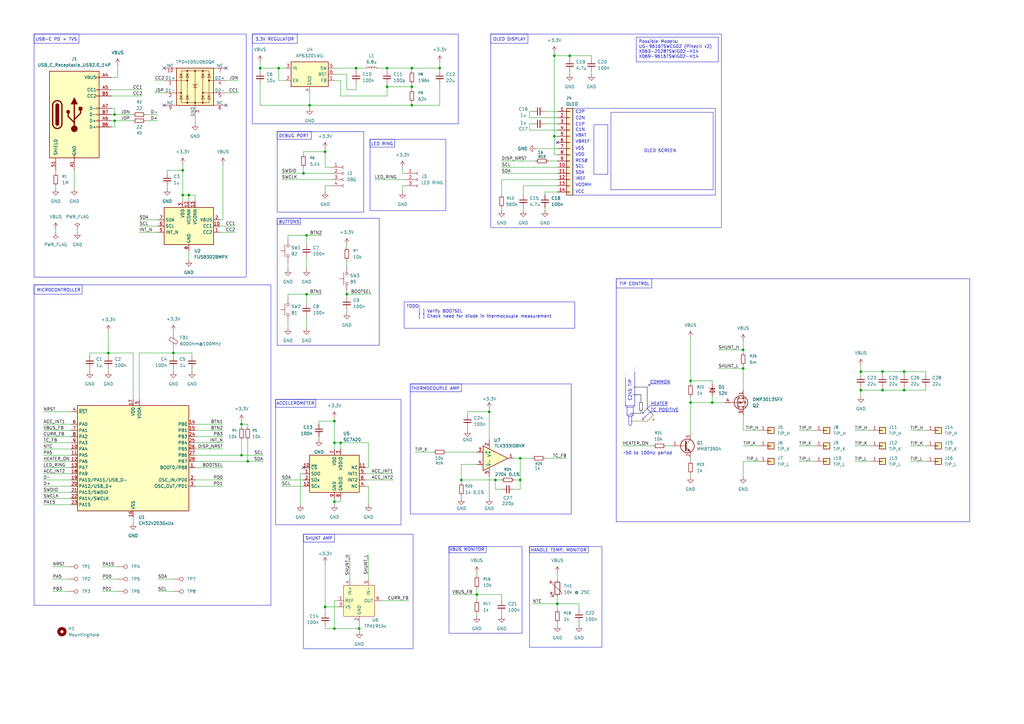
<source format=kicad_sch>
(kicad_sch
	(version 20250114)
	(generator "eeschema")
	(generator_version "9.0")
	(uuid "7095b018-eac3-4b01-b374-28e3216c4fd8")
	(paper "A3")
	
	(rectangle
		(start 124.46 219.1385)
		(end 137.16 222.3135)
		(stroke
			(width 0)
			(type default)
		)
		(fill
			(type none)
		)
		(uuid 1c73c902-a47e-4afe-a3a2-fdff9ad372a7)
	)
	(rectangle
		(start 113.03 163.83)
		(end 164.465 215.265)
		(stroke
			(width 0)
			(type default)
		)
		(fill
			(type none)
		)
		(uuid 25f66d05-38b5-4a17-99c1-8cad2c92cd3e)
	)
	(rectangle
		(start 13.97 13.97)
		(end 100.965 113.665)
		(stroke
			(width 0)
			(type default)
		)
		(fill
			(type none)
		)
		(uuid 34cfca7f-b72a-4261-a704-f33e6bc4b279)
	)
	(rectangle
		(start 113.03 163.83)
		(end 129.54 167.005)
		(stroke
			(width 0)
			(type default)
		)
		(fill
			(type none)
		)
		(uuid 37b1d202-d0af-4356-9cea-c5377ffdf5c6)
	)
	(rectangle
		(start 184.15 224.155)
		(end 199.39 226.695)
		(stroke
			(width 0)
			(type default)
		)
		(fill
			(type none)
		)
		(uuid 3ff5b4ba-34b9-4474-bd0b-2b540e2050a9)
	)
	(rectangle
		(start 168.275 157.48)
		(end 189.23 160.655)
		(stroke
			(width 0)
			(type default)
		)
		(fill
			(type none)
		)
		(uuid 411456a7-808a-4a99-b2e7-4b00b0660778)
	)
	(rectangle
		(start 113.665 89.535)
		(end 123.19 92.075)
		(stroke
			(width 0)
			(type default)
		)
		(fill
			(type none)
		)
		(uuid 51756553-69aa-4f9f-a31a-a60fa2c78053)
	)
	(rectangle
		(start 113.665 53.975)
		(end 149.225 86.995)
		(stroke
			(width 0)
			(type default)
		)
		(fill
			(type none)
		)
		(uuid 5ccf0a54-c09c-402b-8c12-180398bcf0c0)
	)
	(rectangle
		(start 252.73 114.3)
		(end 397.764 213.995)
		(stroke
			(width 0)
			(type default)
		)
		(fill
			(type none)
		)
		(uuid 608eefcd-9544-4ff5-9fa6-1a03cdb2edc0)
	)
	(rectangle
		(start 252.73 114.3)
		(end 267.335 118.11)
		(stroke
			(width 0)
			(type default)
		)
		(fill
			(type none)
		)
		(uuid 75245947-4db9-4c11-bcdd-4d111a323943)
	)
	(rectangle
		(start 151.765 57.15)
		(end 182.88 86.36)
		(stroke
			(width 0)
			(type default)
		)
		(fill
			(type none)
		)
		(uuid 7ca7d888-0de2-4ee4-9e02-bce99f6c7310)
	)
	(rectangle
		(start 13.97 116.84)
		(end 33.655 120.65)
		(stroke
			(width 0)
			(type default)
		)
		(fill
			(type none)
		)
		(uuid 7d5ee34c-3c30-4116-b034-575f8f5cbca0)
	)
	(rectangle
		(start 113.665 89.535)
		(end 155.575 141.605)
		(stroke
			(width 0)
			(type default)
		)
		(fill
			(type none)
		)
		(uuid 9c119ec4-7162-4594-9de4-9af2e8ac3469)
	)
	(rectangle
		(start 103.505 13.97)
		(end 121.92 17.78)
		(stroke
			(width 0)
			(type default)
		)
		(fill
			(type none)
		)
		(uuid 9d5c2b83-1ad1-4eb5-9c00-115d7cfbb819)
	)
	(rectangle
		(start 168.275 157.48)
		(end 234.315 210.82)
		(stroke
			(width 0)
			(type default)
		)
		(fill
			(type none)
		)
		(uuid a57dfd79-f7b7-44cf-be58-21e0757161fa)
	)
	(rectangle
		(start 13.97 116.84)
		(end 111.125 248.285)
		(stroke
			(width 0)
			(type default)
		)
		(fill
			(type none)
		)
		(uuid a66c837f-d550-4ad5-b67a-1a34b6eaed03)
	)
	(rectangle
		(start 250.571 46.101)
		(end 292.481 77.851)
		(stroke
			(width 0)
			(type default)
		)
		(fill
			(type none)
		)
		(uuid b323df54-646c-4c42-ac5d-c702f5da28df)
	)
	(rectangle
		(start 13.97 13.97)
		(end 32.385 17.78)
		(stroke
			(width 0)
			(type default)
		)
		(fill
			(type none)
		)
		(uuid b41c86f7-a703-4da7-9c7c-3d6f2dbdab0b)
	)
	(rectangle
		(start 217.17 224.155)
		(end 241.3 226.695)
		(stroke
			(width 0)
			(type default)
		)
		(fill
			(type none)
		)
		(uuid b798fff3-5d10-4e4c-948c-461a0845de52)
	)
	(rectangle
		(start 151.765 57.15)
		(end 161.925 60.325)
		(stroke
			(width 0)
			(type default)
		)
		(fill
			(type none)
		)
		(uuid bb60d903-b4fc-4579-917b-d8b1327cda5c)
	)
	(rectangle
		(start 234.95 44.45)
		(end 293.37 80.01)
		(stroke
			(width 0)
			(type default)
		)
		(fill
			(type none)
		)
		(uuid c7ed09f4-c5b0-447c-8527-2fd1a9942fc7)
	)
	(rectangle
		(start 201.295 13.97)
		(end 295.91 93.345)
		(stroke
			(width 0)
			(type default)
		)
		(fill
			(type none)
		)
		(uuid c86b0301-7b25-4d55-b6bd-bf1af0f3ea13)
	)
	(rectangle
		(start 243.586 51.181)
		(end 249.301 71.501)
		(stroke
			(width 0)
			(type default)
		)
		(fill
			(type none)
		)
		(uuid cc173c2c-4802-4b85-8dc1-c0ed1e2586ae)
	)
	(rectangle
		(start 184.15 224.155)
		(end 214.122 259.715)
		(stroke
			(width 0)
			(type default)
		)
		(fill
			(type none)
		)
		(uuid d2b50b41-845d-4a0b-ad88-942dbe8a9ea1)
	)
	(rectangle
		(start 113.665 53.975)
		(end 127.635 57.15)
		(stroke
			(width 0)
			(type default)
		)
		(fill
			(type none)
		)
		(uuid d42d397b-7d5e-44b0-98a1-cec60f91a733)
	)
	(rectangle
		(start 103.505 13.97)
		(end 187.96 50.8)
		(stroke
			(width 0)
			(type default)
		)
		(fill
			(type none)
		)
		(uuid d5e44070-3c31-4662-9265-15546dcb33a9)
	)
	(rectangle
		(start 217.17 224.155)
		(end 246.888 265.43)
		(stroke
			(width 0)
			(type default)
		)
		(fill
			(type none)
		)
		(uuid dc78faa3-7706-462b-aff1-ea2259b8957d)
	)
	(rectangle
		(start 201.295 13.97)
		(end 216.535 17.78)
		(stroke
			(width 0)
			(type default)
		)
		(fill
			(type none)
		)
		(uuid df873f2f-b2dc-4231-b391-da9722f3ee43)
	)
	(rectangle
		(start 124.46 219.075)
		(end 169.418 266.065)
		(stroke
			(width 0)
			(type default)
		)
		(fill
			(type none)
		)
		(uuid f4d05ad1-2d39-4c92-a424-b21a1915e749)
	)
	(text "COMMON"
		(exclude_from_sim no)
		(at 266.573 156.845 0)
		(effects
			(font
				(size 1.27 1.27)
			)
			(justify left)
		)
		(uuid "0da803d8-6a61-4b47-b3c4-8c42b4ebcdd7")
	)
	(text "~50 to 100Hz period"
		(exclude_from_sim no)
		(at 265.684 185.928 0)
		(effects
			(font
				(size 1.27 1.27)
			)
		)
		(uuid "0da88a4e-8094-41f6-a13c-7ae12789683b")
	)
	(text "3.3V REGULATOR"
		(exclude_from_sim no)
		(at 104.648 16.256 0)
		(effects
			(font
				(size 1.27 1.27)
			)
			(justify left)
		)
		(uuid "270c64e9-acc9-4bdf-adf9-51e85a7cfae3")
	)
	(text "C2N"
		(exclude_from_sim no)
		(at 235.966 48.514 0)
		(effects
			(font
				(size 1.27 1.27)
			)
			(justify left)
		)
		(uuid "303735e4-f194-4e97-9ddd-7741146e5965")
	)
	(text "USB-C PD + TVS"
		(exclude_from_sim no)
		(at 14.478 16.256 0)
		(effects
			(font
				(size 1.27 1.27)
			)
			(justify left)
		)
		(uuid "3b53ae36-2320-46df-8526-8d2b0e4cd267")
	)
	(text "BUTTONS"
		(exclude_from_sim no)
		(at 114.3 91.186 0)
		(effects
			(font
				(size 1.27 1.27)
			)
			(justify left)
		)
		(uuid "4ff0d853-92f6-4f02-aa33-1f252be5ef75")
	)
	(text "DEBUG PORT"
		(exclude_from_sim no)
		(at 114.3 55.88 0)
		(effects
			(font
				(size 1.27 1.27)
			)
			(justify left)
		)
		(uuid "5c2c7cad-81d2-418f-aeca-ca54c6312f8c")
	)
	(text "SCL"
		(exclude_from_sim no)
		(at 235.966 68.326 0)
		(effects
			(font
				(size 1.27 1.27)
			)
			(justify left)
		)
		(uuid "63c62cf3-4266-478a-9f68-199034fe5d8b")
	)
	(text "RES#"
		(exclude_from_sim no)
		(at 235.966 66.04 0)
		(effects
			(font
				(size 1.27 1.27)
			)
			(justify left)
		)
		(uuid "6ce3c0b9-bb73-4f4d-8996-df06398c02e3")
	)
	(text "C1P"
		(exclude_from_sim no)
		(at 235.966 51.054 0)
		(effects
			(font
				(size 1.27 1.27)
			)
			(justify left)
		)
		(uuid "6d196f00-fda4-408a-b16f-63e268646b7a")
	)
	(text "ACCELEROMETER"
		(exclude_from_sim no)
		(at 121.158 165.608 0)
		(effects
			(font
				(size 1.27 1.27)
			)
		)
		(uuid "6d3cce01-49eb-4036-848c-880563d726ff")
	)
	(text "HEATER"
		(exclude_from_sim no)
		(at 266.827 165.735 0)
		(effects
			(font
				(size 1.27 1.27)
			)
			(justify left)
		)
		(uuid "6f935533-365b-4490-a199-60d1f885e9c5")
	)
	(text "IREF"
		(exclude_from_sim no)
		(at 235.966 73.406 0)
		(effects
			(font
				(size 1.27 1.27)
			)
			(justify left)
		)
		(uuid "78269562-db7d-4f9c-9409-11de08793bfa")
	)
	(text "C1N"
		(exclude_from_sim no)
		(at 235.966 53.34 0)
		(effects
			(font
				(size 1.27 1.27)
			)
			(justify left)
		)
		(uuid "86eaf89d-7735-48bc-8adf-2c6d7e1c9267")
	)
	(text "C2P"
		(exclude_from_sim no)
		(at 235.966 45.974 0)
		(effects
			(font
				(size 1.27 1.27)
			)
			(justify left)
		)
		(uuid "88767c22-62f5-491f-8191-e622ce50d549")
	)
	(text "VDD"
		(exclude_from_sim no)
		(at 235.966 63.5 0)
		(effects
			(font
				(size 1.27 1.27)
			)
			(justify left)
		)
		(uuid "98ea20d6-f789-4c9a-9d2d-ddf9c4e55ce3")
	)
	(text "HANDLE TEMP. MONITOR"
		(exclude_from_sim no)
		(at 229.108 225.806 0)
		(effects
			(font
				(size 1.27 1.27)
			)
		)
		(uuid "9cf9be48-0da6-4698-b802-905b4321ec7e")
	)
	(text "TC POSITIVE"
		(exclude_from_sim no)
		(at 266.827 168.275 0)
		(effects
			(font
				(size 1.27 1.27)
			)
			(justify left)
		)
		(uuid "9da3b577-a0bb-4c33-9c3c-e8388ac87829")
	)
	(text "OLED SCREEN"
		(exclude_from_sim no)
		(at 270.764 61.976 0)
		(effects
			(font
				(size 1.27 1.27)
			)
		)
		(uuid "a7d4d929-dbaa-411d-a847-37e4617db2b8")
	)
	(text "VCC"
		(exclude_from_sim no)
		(at 235.966 78.74 0)
		(effects
			(font
				(size 1.27 1.27)
			)
			(justify left)
		)
		(uuid "c0b5be38-ee7a-4c62-b666-9455a24b9bdf")
	)
	(text "TIP CONTROL"
		(exclude_from_sim no)
		(at 254 116.586 0)
		(effects
			(font
				(size 1.27 1.27)
			)
			(justify left)
		)
		(uuid "cbc624c8-2e49-4540-b1a0-5d8227d4665c")
	)
	(text "SDA"
		(exclude_from_sim no)
		(at 235.966 70.866 0)
		(effects
			(font
				(size 1.27 1.27)
			)
			(justify left)
		)
		(uuid "d1f23843-c159-4734-816f-e3ebdc7225d4")
	)
	(text "VBREF"
		(exclude_from_sim no)
		(at 235.966 58.166 0)
		(effects
			(font
				(size 1.27 1.27)
			)
			(justify left)
		)
		(uuid "dc92fbc2-eb7d-47ac-891e-6de1528c9506")
	)
	(text "SHUNT AMP"
		(exclude_from_sim no)
		(at 130.81 220.98 0)
		(effects
			(font
				(size 1.27 1.27)
			)
		)
		(uuid "df820a8a-db2f-421f-9d16-371dee1814e3")
	)
	(text "OLED DISPLAY"
		(exclude_from_sim no)
		(at 202.184 16.256 0)
		(effects
			(font
				(size 1.27 1.27)
			)
			(justify left)
		)
		(uuid "e1182865-9cf6-484e-b369-4d8124243a24")
	)
	(text "VBAT"
		(exclude_from_sim no)
		(at 235.966 55.626 0)
		(effects
			(font
				(size 1.27 1.27)
			)
			(justify left)
		)
		(uuid "e5136794-6a5a-4728-b4d0-e47266a8ec2c")
	)
	(text "VSS"
		(exclude_from_sim no)
		(at 235.966 60.96 0)
		(effects
			(font
				(size 1.27 1.27)
			)
			(justify left)
		)
		(uuid "e5277a5c-1568-43ec-ab65-5c403a9ddad3")
	)
	(text "VCOMH"
		(exclude_from_sim no)
		(at 235.966 75.946 0)
		(effects
			(font
				(size 1.27 1.27)
			)
			(justify left)
		)
		(uuid "e677c7ab-e79d-4a1c-8a88-4a56ca5d6b79")
	)
	(text "THERMOCOUPLE AMP"
		(exclude_from_sim no)
		(at 178.562 159.512 0)
		(effects
			(font
				(size 1.27 1.27)
			)
		)
		(uuid "e865e2d4-df9a-47d7-8bc3-1d543675c813")
	)
	(text "C245 TIP"
		(exclude_from_sim no)
		(at 258.445 160.147 90)
		(effects
			(font
				(size 1.27 1.27)
			)
		)
		(uuid "ec1ed9c1-072b-4c68-8764-5736b7bc8d68")
	)
	(text "LED RING"
		(exclude_from_sim no)
		(at 156.718 59.182 0)
		(effects
			(font
				(size 1.27 1.27)
			)
		)
		(uuid "eebaafe7-13f6-4495-a884-67f3bb5c6ce1")
	)
	(text "MICROCONTROLLER"
		(exclude_from_sim no)
		(at 14.986 119.126 0)
		(effects
			(font
				(size 1.27 1.27)
			)
			(justify left)
		)
		(uuid "f4202bbd-17db-406a-9b6f-417fe43fdaab")
	)
	(text "VBUS MONITOR"
		(exclude_from_sim no)
		(at 191.516 225.552 0)
		(effects
			(font
				(size 1.27 1.27)
			)
		)
		(uuid "f741b2f1-f711-4456-aa2d-f19417092858")
	)
	(text_box "TODO:\n	[ ] Verify BOOTSEL\n	[ ] Check need for diode in thermocouple measurement\n"
		(exclude_from_sim no)
		(at 165.7422 123.8251 0)
		(size 69.9698 10.7949)
		(margins 0.9525 0.9525 0.9525 0.9525)
		(stroke
			(width 0)
			(type solid)
		)
		(fill
			(type none)
		)
		(effects
			(font
				(size 1.27 1.27)
			)
			(justify left top)
		)
		(uuid "1e18a4a2-674d-4a0b-8ddc-8ad59a0aa3d5")
	)
	(text_box "Possible Models:\nUG-9616TSWCG02 (Pinecil v2)\nX063-2028TSWIG02-H14\nX069-9616TSWIG02-H14"
		(exclude_from_sim no)
		(at 260.985 15.24 0)
		(size 33.655 10.16)
		(margins 0.9525 0.9525 0.9525 0.9525)
		(stroke
			(width 0)
			(type solid)
		)
		(fill
			(type none)
		)
		(effects
			(font
				(size 1.27 1.27)
			)
			(justify left top)
		)
		(uuid "aff1d92e-7948-41af-95d4-eec0b0d11729")
	)
	(junction
		(at 353.06 152.4)
		(diameter 0)
		(color 0 0 0 0)
		(uuid "0249d269-810c-4792-bcad-62c507e2feae")
	)
	(junction
		(at 146.05 27.94)
		(diameter 0)
		(color 0 0 0 0)
		(uuid "0acd8611-5527-40f7-90a3-5c60d1adc1d0")
	)
	(junction
		(at 137.16 257.81)
		(diameter 0)
		(color 0 0 0 0)
		(uuid "0dddb214-9958-4687-becc-cc729468102c")
	)
	(junction
		(at 99.06 173.99)
		(diameter 0)
		(color 0 0 0 0)
		(uuid "22bc19a2-e590-4ae5-87e1-2c346112c753")
	)
	(junction
		(at 292.1 165.1)
		(diameter 0)
		(color 0 0 0 0)
		(uuid "33f31390-ba39-49b6-9e3c-1bb22f4077cb")
	)
	(junction
		(at 101.6 189.23)
		(diameter 0)
		(color 0 0 0 0)
		(uuid "39afbb62-f4d9-47c5-b1ec-6bf8308a9b0e")
	)
	(junction
		(at 200.66 168.91)
		(diameter 0)
		(color 0 0 0 0)
		(uuid "3f9bcc33-18ad-48ec-8047-f514eddb9bd3")
	)
	(junction
		(at 353.06 160.02)
		(diameter 0)
		(color 0 0 0 0)
		(uuid "43942d84-b87b-4f4a-adb8-d0b0fad21d24")
	)
	(junction
		(at 189.23 196.85)
		(diameter 0)
		(color 0 0 0 0)
		(uuid "4793f579-9960-4fea-a983-16516b9a6a74")
	)
	(junction
		(at 158.75 27.94)
		(diameter 0)
		(color 0 0 0 0)
		(uuid "4e457d4d-37fd-4b51-a420-85ebb8dc04c5")
	)
	(junction
		(at 195.58 243.84)
		(diameter 0)
		(color 0 0 0 0)
		(uuid "5171e2df-ff89-449d-9837-899c8a33b75c")
	)
	(junction
		(at 283.21 165.1)
		(diameter 0)
		(color 0 0 0 0)
		(uuid "55c48a4e-b496-4df9-98f9-8a2a30715d30")
	)
	(junction
		(at 168.91 35.56)
		(diameter 0)
		(color 0 0 0 0)
		(uuid "57d2e74f-9c65-42d1-a47a-8230db07f92e")
	)
	(junction
		(at 137.16 181.61)
		(diameter 0)
		(color 0 0 0 0)
		(uuid "589eff9d-eed1-4df5-98d6-26b7c768b426")
	)
	(junction
		(at 46.99 49.53)
		(diameter 0)
		(color 0 0 0 0)
		(uuid "5e8d1cf7-167e-4030-9f28-7c115ea5395b")
	)
	(junction
		(at 227.33 55.88)
		(diameter 0)
		(color 0 0 0 0)
		(uuid "5fbb3de9-86ee-49ad-a284-eb55f1cc692a")
	)
	(junction
		(at 168.91 43.18)
		(diameter 0)
		(color 0 0 0 0)
		(uuid "660d2309-d1aa-4d86-b95c-854e50c0a293")
	)
	(junction
		(at 168.91 27.94)
		(diameter 0)
		(color 0 0 0 0)
		(uuid "691dc945-779c-4911-8f56-5300f4d58275")
	)
	(junction
		(at 233.68 22.86)
		(diameter 0)
		(color 0 0 0 0)
		(uuid "73b54f8a-8892-4f5c-ad2f-0a2e6cc384c3")
	)
	(junction
		(at 203.2 196.85)
		(diameter 0)
		(color 0 0 0 0)
		(uuid "77d052f3-f174-4ac4-b7f3-74fd8cd4f0e2")
	)
	(junction
		(at 228.6 247.65)
		(diameter 0)
		(color 0 0 0 0)
		(uuid "77d1a2e0-538e-4917-8463-902112f9887a")
	)
	(junction
		(at 370.84 152.4)
		(diameter 0)
		(color 0 0 0 0)
		(uuid "79c391a9-2d95-4c3e-a922-b7e1f89f8cb2")
	)
	(junction
		(at 304.8 151.13)
		(diameter 0)
		(color 0 0 0 0)
		(uuid "83f6e905-fd9a-4207-9990-07af2c0791e7")
	)
	(junction
		(at 137.16 172.72)
		(diameter 0)
		(color 0 0 0 0)
		(uuid "84b1d133-5555-4f34-9259-4c4a00397909")
	)
	(junction
		(at 158.75 35.56)
		(diameter 0)
		(color 0 0 0 0)
		(uuid "85eb43cd-2fb7-4c1a-b0ce-7e338a2da686")
	)
	(junction
		(at 213.36 196.85)
		(diameter 0)
		(color 0 0 0 0)
		(uuid "879d8513-8c12-4c71-805b-cfd0566ce6a8")
	)
	(junction
		(at 361.95 160.02)
		(diameter 0)
		(color 0 0 0 0)
		(uuid "87dc4b49-25de-4f6d-adf7-8941fa901f8f")
	)
	(junction
		(at 133.35 248.92)
		(diameter 0)
		(color 0 0 0 0)
		(uuid "8841c84f-1641-41f9-913d-f4d17d6a7586")
	)
	(junction
		(at 147.32 257.81)
		(diameter 0)
		(color 0 0 0 0)
		(uuid "8a768a2c-5442-451e-8d1f-77355c76b10a")
	)
	(junction
		(at 99.06 186.69)
		(diameter 0)
		(color 0 0 0 0)
		(uuid "8f91cdd6-9b8f-41e7-aba5-783e4c94f1c2")
	)
	(junction
		(at 227.33 22.86)
		(diameter 0)
		(color 0 0 0 0)
		(uuid "9531702c-c6a6-4297-8a10-64a5c6fc90b3")
	)
	(junction
		(at 361.95 152.4)
		(diameter 0)
		(color 0 0 0 0)
		(uuid "963b4dc5-29f7-4f14-9341-7b3162f2c358")
	)
	(junction
		(at 44.45 144.78)
		(diameter 0)
		(color 0 0 0 0)
		(uuid "9fa2ea7a-f50f-4f59-8f6e-1d8cc4b4f22f")
	)
	(junction
		(at 74.93 80.01)
		(diameter 0)
		(color 0 0 0 0)
		(uuid "a102cd63-af1a-49b4-9201-df06578d4c1f")
	)
	(junction
		(at 213.36 187.96)
		(diameter 0)
		(color 0 0 0 0)
		(uuid "aff6f7cf-f995-4965-9b70-2f6e1afd3257")
	)
	(junction
		(at 125.73 120.65)
		(diameter 0)
		(color 0 0 0 0)
		(uuid "bf198e04-4a01-4230-877f-f1ab43f756f2")
	)
	(junction
		(at 71.12 144.78)
		(diameter 0)
		(color 0 0 0 0)
		(uuid "cbafbc4a-ea32-4bc2-8303-c740f3149d9b")
	)
	(junction
		(at 127 43.18)
		(diameter 0)
		(color 0 0 0 0)
		(uuid "d049456d-20ee-4308-a384-c295c5fb64a1")
	)
	(junction
		(at 77.47 80.01)
		(diameter 0)
		(color 0 0 0 0)
		(uuid "d075905e-0ee9-4e4e-bc8b-46248e59d6b7")
	)
	(junction
		(at 137.16 205.74)
		(diameter 0)
		(color 0 0 0 0)
		(uuid "d3c0ec6c-e13a-496a-ad1c-ba60afc46b96")
	)
	(junction
		(at 46.99 46.99)
		(diameter 0)
		(color 0 0 0 0)
		(uuid "d3cb3929-1383-43bf-9aa0-8d6179547879")
	)
	(junction
		(at 125.73 96.52)
		(diameter 0)
		(color 0 0 0 0)
		(uuid "d8814552-a2c0-4a06-a6ac-aee6b3d4aa8f")
	)
	(junction
		(at 74.93 69.85)
		(diameter 0)
		(color 0 0 0 0)
		(uuid "dced1970-c9d1-4fca-aa68-57578fbeec87")
	)
	(junction
		(at 133.35 62.23)
		(diameter 0)
		(color 0 0 0 0)
		(uuid "dd645f38-5944-4257-9764-2d12bcf783d9")
	)
	(junction
		(at 124.46 71.12)
		(diameter 0)
		(color 0 0 0 0)
		(uuid "e0c9883b-d031-4a61-9fde-76739f501e2c")
	)
	(junction
		(at 304.8 143.51)
		(diameter 0)
		(color 0 0 0 0)
		(uuid "e7e99bb4-d103-4cd9-8ebf-b65ffffd67d6")
	)
	(junction
		(at 114.3 27.94)
		(diameter 0)
		(color 0 0 0 0)
		(uuid "e80bc681-7695-43f3-a2bd-d411c7e86409")
	)
	(junction
		(at 139.7 181.61)
		(diameter 0)
		(color 0 0 0 0)
		(uuid "ea9ea449-1699-40d7-8a1c-89a1d2111f96")
	)
	(junction
		(at 370.84 160.02)
		(diameter 0)
		(color 0 0 0 0)
		(uuid "ebc86db2-2764-4df6-9433-ecced69310ed")
	)
	(junction
		(at 180.34 27.94)
		(diameter 0)
		(color 0 0 0 0)
		(uuid "efddc068-f25b-4568-b3c6-1c6aa0f4c97e")
	)
	(junction
		(at 106.68 27.94)
		(diameter 0)
		(color 0 0 0 0)
		(uuid "f1df4cab-d95d-4e21-b204-cc5686c3ccd2")
	)
	(junction
		(at 283.21 156.21)
		(diameter 0)
		(color 0 0 0 0)
		(uuid "f745564c-7281-4805-96bb-d0a077864026")
	)
	(junction
		(at 142.24 120.65)
		(diameter 0)
		(color 0 0 0 0)
		(uuid "fe9b1f2a-8aec-4aa7-8489-1f83d22307ee")
	)
	(no_connect
		(at 92.71 43.18)
		(uuid "46b4ccbc-24ab-4899-8505-9a1bc9336197")
	)
	(no_connect
		(at 67.31 27.94)
		(uuid "613b3790-5218-413f-a343-e26aa4ea4b95")
	)
	(no_connect
		(at 228.6 58.42)
		(uuid "8d801d13-32fe-4e34-8cc5-b8a86a497023")
	)
	(no_connect
		(at 124.46 191.77)
		(uuid "bb17c601-45a1-4eb6-aaaf-eada3efdd523")
	)
	(no_connect
		(at 67.31 43.18)
		(uuid "c9b41e3a-80a4-4410-be4c-91975e86700a")
	)
	(no_connect
		(at 92.71 27.94)
		(uuid "e9fc4535-1911-4390-b5e2-c282d53c9319")
	)
	(wire
		(pts
			(xy 99.06 186.69) (xy 107.95 186.69)
		)
		(stroke
			(width 0)
			(type default)
		)
		(uuid "00dc7f33-0b4e-4099-8479-24293b9aabac")
	)
	(wire
		(pts
			(xy 149.86 196.85) (xy 161.29 196.85)
		)
		(stroke
			(width 0)
			(type default)
		)
		(uuid "0156bf95-e162-433c-99c7-904c2f68448d")
	)
	(wire
		(pts
			(xy 311.15 189.23) (xy 304.8 189.23)
		)
		(stroke
			(width 0)
			(type default)
		)
		(uuid "01731df4-405d-4159-8024-ddbfe44e4824")
	)
	(wire
		(pts
			(xy 180.34 25.4) (xy 180.34 27.94)
		)
		(stroke
			(width 0)
			(type default)
		)
		(uuid "0280334b-627a-4233-a676-012a207d9298")
	)
	(wire
		(pts
			(xy 123.19 194.31) (xy 124.46 194.31)
		)
		(stroke
			(width 0)
			(type default)
		)
		(uuid "03f9526b-c252-4cea-a8ec-81306ff6df76")
	)
	(wire
		(pts
			(xy 294.64 151.13) (xy 304.8 151.13)
		)
		(stroke
			(width 0)
			(type default)
		)
		(uuid "051b5452-759f-4207-beaa-b3ff17dfd197")
	)
	(wire
		(pts
			(xy 63.5 38.1) (xy 67.31 38.1)
		)
		(stroke
			(width 0)
			(type default)
		)
		(uuid "057a48eb-9b1d-42a5-bf44-6985b9321748")
	)
	(polyline
		(pts
			(xy 266.065 158.115) (xy 266.7 158.115)
		)
		(stroke
			(width 0)
			(type default)
		)
		(uuid "061e75a6-db12-4875-bb49-acc7a02aa4eb")
	)
	(wire
		(pts
			(xy 227.33 55.88) (xy 228.6 55.88)
		)
		(stroke
			(width 0)
			(type default)
		)
		(uuid "06a39b25-e5c0-48bf-8f66-6ff9e46efda7")
	)
	(wire
		(pts
			(xy 283.21 138.43) (xy 283.21 156.21)
		)
		(stroke
			(width 0)
			(type default)
		)
		(uuid "07213a78-02ed-408a-8a81-3c765c5554db")
	)
	(polyline
		(pts
			(xy 265.43 158.75) (xy 265.43 167.64)
		)
		(stroke
			(width 0)
			(type solid)
			(color 0 0 0 1)
		)
		(uuid "076917fa-25ee-47d3-b2b0-165b02f01f24")
	)
	(wire
		(pts
			(xy 68.58 69.85) (xy 74.93 69.85)
		)
		(stroke
			(width 0)
			(type default)
		)
		(uuid "088c7699-190e-4234-9815-fffe11d5ef7a")
	)
	(wire
		(pts
			(xy 68.58 76.2) (xy 68.58 77.47)
		)
		(stroke
			(width 0)
			(type default)
		)
		(uuid "090443bb-96fb-4f06-ac72-191a7f6e15f4")
	)
	(wire
		(pts
			(xy 96.52 95.25) (xy 90.17 95.25)
		)
		(stroke
			(width 0)
			(type default)
		)
		(uuid "091df10a-a778-479d-8cbf-324751cb3cc5")
	)
	(wire
		(pts
			(xy 115.57 199.39) (xy 124.46 199.39)
		)
		(stroke
			(width 0)
			(type default)
		)
		(uuid "093a4bfc-aabd-4586-948a-1580d9afeffa")
	)
	(wire
		(pts
			(xy 45.72 36.83) (xy 58.42 36.83)
		)
		(stroke
			(width 0)
			(type default)
		)
		(uuid "098337dc-d67f-4f92-9e59-aa0530495823")
	)
	(wire
		(pts
			(xy 373.38 176.53) (xy 379.73 176.53)
		)
		(stroke
			(width 0)
			(type default)
		)
		(uuid "0b3b1be4-2c7f-47f2-886c-9ff27992e090")
	)
	(wire
		(pts
			(xy 237.49 247.65) (xy 228.6 247.65)
		)
		(stroke
			(width 0)
			(type default)
		)
		(uuid "0b4a8b97-8014-479a-a3ac-97bbd47fcdf1")
	)
	(wire
		(pts
			(xy 80.01 184.15) (xy 91.44 184.15)
		)
		(stroke
			(width 0)
			(type default)
		)
		(uuid "0d0fb7d8-cf76-4ea3-b43e-0043f449d33e")
	)
	(wire
		(pts
			(xy 106.68 34.29) (xy 106.68 43.18)
		)
		(stroke
			(width 0)
			(type default)
		)
		(uuid "0d1da041-1604-484f-8588-64418e6780df")
	)
	(polyline
		(pts
			(xy 271.145 168.91) (xy 278.13 168.91)
		)
		(stroke
			(width 0)
			(type default)
		)
		(uuid "0efdd063-1445-49ad-b269-05e1548bd623")
	)
	(wire
		(pts
			(xy 17.78 191.77) (xy 29.21 191.77)
		)
		(stroke
			(width 0)
			(type default)
		)
		(uuid "0f968ad1-38fa-43f3-a9ca-eaab57060db2")
	)
	(wire
		(pts
			(xy 214.63 85.09) (xy 214.63 86.36)
		)
		(stroke
			(width 0)
			(type default)
		)
		(uuid "0fdf5b0f-14a7-4ff5-aee8-91dcf3e80430")
	)
	(wire
		(pts
			(xy 168.91 35.56) (xy 158.75 35.56)
		)
		(stroke
			(width 0)
			(type default)
		)
		(uuid "1190a964-f3bd-43e5-a242-6444d80cf4b2")
	)
	(polyline
		(pts
			(xy 258.445 172.72) (xy 265.43 172.72)
		)
		(stroke
			(width 0)
			(type solid)
			(color 128 77 0 1)
		)
		(uuid "11cf35b8-cd1b-4b18-8246-50d401672c42")
	)
	(wire
		(pts
			(xy 189.23 196.85) (xy 189.23 190.5)
		)
		(stroke
			(width 0)
			(type default)
		)
		(uuid "12f02fb2-28a7-4766-ae13-424545151178")
	)
	(wire
		(pts
			(xy 137.16 181.61) (xy 137.16 184.15)
		)
		(stroke
			(width 0)
			(type default)
		)
		(uuid "135c080a-b87a-42f2-bd23-e8f54c5ee6c7")
	)
	(wire
		(pts
			(xy 165.1 78.74) (xy 165.1 76.2)
		)
		(stroke
			(width 0)
			(type default)
		)
		(uuid "13a8fbae-4055-4538-a775-7561035458e6")
	)
	(wire
		(pts
			(xy 189.23 196.85) (xy 203.2 196.85)
		)
		(stroke
			(width 0)
			(type default)
		)
		(uuid "13e7537a-edd6-43d5-8bb0-f6eb3d491016")
	)
	(wire
		(pts
			(xy 213.36 196.85) (xy 213.36 187.96)
		)
		(stroke
			(width 0)
			(type default)
		)
		(uuid "1427c6b1-5293-499b-9663-f54121cc8ca4")
	)
	(wire
		(pts
			(xy 48.26 31.75) (xy 48.26 26.67)
		)
		(stroke
			(width 0)
			(type default)
		)
		(uuid "14b83c6b-fa77-4ec1-b020-d89f490dd1db")
	)
	(wire
		(pts
			(xy 379.73 152.4) (xy 379.73 153.67)
		)
		(stroke
			(width 0)
			(type default)
		)
		(uuid "154f7824-5e3a-4df6-a265-e8ad4cf18628")
	)
	(wire
		(pts
			(xy 283.21 156.21) (xy 283.21 157.48)
		)
		(stroke
			(width 0)
			(type default)
		)
		(uuid "168f3109-c853-4869-ab24-7341dc21232b")
	)
	(wire
		(pts
			(xy 200.66 167.64) (xy 200.66 168.91)
		)
		(stroke
			(width 0)
			(type default)
		)
		(uuid "16a235b6-6479-41c3-934b-5990cd87fafe")
	)
	(wire
		(pts
			(xy 227.33 55.88) (xy 227.33 63.5)
		)
		(stroke
			(width 0)
			(type default)
		)
		(uuid "16a6ad92-1a6b-4d2b-93f1-5652f5947dbb")
	)
	(wire
		(pts
			(xy 168.91 29.21) (xy 168.91 27.94)
		)
		(stroke
			(width 0)
			(type default)
		)
		(uuid "16beecb1-a5ab-433f-9aa9-d5c8af0be23d")
	)
	(wire
		(pts
			(xy 304.8 151.13) (xy 304.8 160.02)
		)
		(stroke
			(width 0)
			(type default)
		)
		(uuid "16c7a464-8f27-4a9f-bdc2-5a17738070b3")
	)
	(polyline
		(pts
			(xy 267.335 172.085) (xy 268.605 172.085)
		)
		(stroke
			(width 0)
			(type solid)
			(color 128 77 0 1)
		)
		(uuid "17532791-aaa0-48e6-a3d3-84b5cfe2ffdf")
	)
	(wire
		(pts
			(xy 304.8 139.7) (xy 304.8 143.51)
		)
		(stroke
			(width 0)
			(type default)
		)
		(uuid "1795c9ec-558c-4688-8727-fb618bb19c4d")
	)
	(wire
		(pts
			(xy 41.91 242.57) (xy 48.26 242.57)
		)
		(stroke
			(width 0)
			(type default)
		)
		(uuid "17c09d63-4f8c-4d97-9c64-a3bd4dd82600")
	)
	(wire
		(pts
			(xy 45.72 52.07) (xy 46.99 52.07)
		)
		(stroke
			(width 0)
			(type default)
		)
		(uuid "18438b3a-827e-4972-b4d2-e39627126fd2")
	)
	(wire
		(pts
			(xy 17.78 186.69) (xy 29.21 186.69)
		)
		(stroke
			(width 0)
			(type default)
		)
		(uuid "185cc638-609c-4acf-9a83-434d47f9bece")
	)
	(wire
		(pts
			(xy 327.66 176.53) (xy 334.01 176.53)
		)
		(stroke
			(width 0)
			(type default)
		)
		(uuid "186284b8-bd67-4889-90c2-387a38831a45")
	)
	(wire
		(pts
			(xy 133.35 251.46) (xy 133.35 248.92)
		)
		(stroke
			(width 0)
			(type default)
		)
		(uuid "195a8fd0-a684-4d31-8bc6-63e3a890ee21")
	)
	(wire
		(pts
			(xy 118.11 107.95) (xy 118.11 110.49)
		)
		(stroke
			(width 0)
			(type default)
		)
		(uuid "1a08e192-3ede-459c-841e-9f0c19ec1e3e")
	)
	(wire
		(pts
			(xy 17.78 201.93) (xy 29.21 201.93)
		)
		(stroke
			(width 0)
			(type default)
		)
		(uuid "1a675778-1e38-4114-a392-a674b2dc8fa9")
	)
	(wire
		(pts
			(xy 71.12 135.89) (xy 71.12 137.16)
		)
		(stroke
			(width 0)
			(type default)
		)
		(uuid "1ae0b9e3-10e0-4c50-8291-792664f6f6ce")
	)
	(wire
		(pts
			(xy 137.16 257.81) (xy 147.32 257.81)
		)
		(stroke
			(width 0)
			(type default)
		)
		(uuid "1b9c875b-8d76-4c83-9c31-ea0eb6359b5a")
	)
	(wire
		(pts
			(xy 101.6 175.26) (xy 101.6 173.99)
		)
		(stroke
			(width 0)
			(type default)
		)
		(uuid "1beeb275-c1cd-4b8f-a12a-830eb9c2286d")
	)
	(wire
		(pts
			(xy 80.01 199.39) (xy 91.44 199.39)
		)
		(stroke
			(width 0)
			(type default)
		)
		(uuid "1c31a3a0-71be-4869-aecb-fe7720f70370")
	)
	(polyline
		(pts
			(xy 262.89 163.83) (xy 262.89 165.1)
		)
		(stroke
			(width 0)
			(type solid)
			(color 0 0 0 1)
		)
		(uuid "1cb32bb3-76dc-4823-be3a-ee1c82fb9d6e")
	)
	(wire
		(pts
			(xy 350.52 189.23) (xy 356.87 189.23)
		)
		(stroke
			(width 0)
			(type default)
		)
		(uuid "1cf9f715-8924-4551-8321-2cb14bcb7a4b")
	)
	(wire
		(pts
			(xy 168.91 43.18) (xy 127 43.18)
		)
		(stroke
			(width 0)
			(type default)
		)
		(uuid "1efe1ac7-40f4-4f17-9d42-17e1c9f0de6b")
	)
	(polyline
		(pts
			(xy 266.065 158.115) (xy 266.7 157.48)
		)
		(stroke
			(width 0)
			(type default)
		)
		(uuid "1fc62f63-6cba-4ff0-930d-1f292e0bfa84")
	)
	(wire
		(pts
			(xy 80.01 181.61) (xy 91.44 181.61)
		)
		(stroke
			(width 0)
			(type default)
		)
		(uuid "1fd72b09-6ab8-4dc4-8f0b-ca67c9a74253")
	)
	(wire
		(pts
			(xy 68.58 71.12) (xy 68.58 69.85)
		)
		(stroke
			(width 0)
			(type default)
		)
		(uuid "202b5c7b-0b11-4522-bc46-256551c46d63")
	)
	(wire
		(pts
			(xy 116.84 27.94) (xy 114.3 27.94)
		)
		(stroke
			(width 0)
			(type default)
		)
		(uuid "202f5003-0a48-4fcb-962b-eb5d0b2eea8c")
	)
	(wire
		(pts
			(xy 304.8 176.53) (xy 311.15 176.53)
		)
		(stroke
			(width 0)
			(type default)
		)
		(uuid "206812ad-99c8-4641-84e7-7df86ad62159")
	)
	(polyline
		(pts
			(xy 256.54 166.37) (xy 260.35 166.37)
		)
		(stroke
			(width 0)
			(type default)
		)
		(uuid "20c289f8-34a5-48ed-8d32-b4b9e5521011")
	)
	(wire
		(pts
			(xy 77.47 102.87) (xy 77.47 106.68)
		)
		(stroke
			(width 0)
			(type default)
		)
		(uuid "21a2f101-e4da-4991-a949-92df212cf85b")
	)
	(wire
		(pts
			(xy 205.74 251.46) (xy 205.74 252.73)
		)
		(stroke
			(width 0)
			(type default)
		)
		(uuid "21bbd215-45b4-4860-8d1a-f2e25c043882")
	)
	(polyline
		(pts
			(xy 266.7 157.48) (xy 274.955 157.48)
		)
		(stroke
			(width 0)
			(type default)
		)
		(uuid "225ad2a0-3f91-4b41-b14c-33002ef325b8")
	)
	(wire
		(pts
			(xy 180.34 43.18) (xy 168.91 43.18)
		)
		(stroke
			(width 0)
			(type default)
		)
		(uuid "228d2b28-0e5e-4a0f-9a64-60ca034456d5")
	)
	(wire
		(pts
			(xy 22.86 69.85) (xy 22.86 71.12)
		)
		(stroke
			(width 0)
			(type default)
		)
		(uuid "22ceb097-bc74-4764-aecd-0b980944d711")
	)
	(wire
		(pts
			(xy 304.8 182.88) (xy 311.15 182.88)
		)
		(stroke
			(width 0)
			(type default)
		)
		(uuid "234d1ba8-847a-498b-b1ae-e4eb0f0e2c2e")
	)
	(polyline
		(pts
			(xy 265.43 172.72) (xy 267.97 170.18)
		)
		(stroke
			(width 0)
			(type solid)
			(color 128 77 0 1)
		)
		(uuid "23b27315-c748-4e5f-bfe8-f12b825cfb87")
	)
	(wire
		(pts
			(xy 168.91 34.29) (xy 168.91 35.56)
		)
		(stroke
			(width 0)
			(type default)
		)
		(uuid "24d5a81f-7436-4451-bff0-11fbe42d2c28")
	)
	(wire
		(pts
			(xy 373.38 189.23) (xy 379.73 189.23)
		)
		(stroke
			(width 0)
			(type default)
		)
		(uuid "2616a777-c896-4d19-9dd1-44f1b40faa16")
	)
	(wire
		(pts
			(xy 353.06 158.75) (xy 353.06 160.02)
		)
		(stroke
			(width 0)
			(type default)
		)
		(uuid "262148e9-abf9-4df4-8abe-6bc1166237b2")
	)
	(wire
		(pts
			(xy 125.73 120.65) (xy 132.08 120.65)
		)
		(stroke
			(width 0)
			(type default)
		)
		(uuid "27851202-de10-4bda-a7a1-86d90d3431e9")
	)
	(wire
		(pts
			(xy 118.11 132.08) (xy 118.11 134.62)
		)
		(stroke
			(width 0)
			(type default)
		)
		(uuid "281d0dee-0d42-447c-96a0-518527b352a7")
	)
	(wire
		(pts
			(xy 350.52 182.88) (xy 356.87 182.88)
		)
		(stroke
			(width 0)
			(type default)
		)
		(uuid "28258bd8-18c4-469b-be71-ef9ab42f0cf4")
	)
	(wire
		(pts
			(xy 205.74 200.66) (xy 203.2 200.66)
		)
		(stroke
			(width 0)
			(type default)
		)
		(uuid "28f9a714-ce47-4a87-9eba-39a2e1e51e21")
	)
	(wire
		(pts
			(xy 158.75 39.37) (xy 139.7 39.37)
		)
		(stroke
			(width 0)
			(type default)
		)
		(uuid "296133f5-2a32-47e9-994c-67f3c4c032fa")
	)
	(wire
		(pts
			(xy 46.99 44.45) (xy 46.99 46.99)
		)
		(stroke
			(width 0)
			(type default)
		)
		(uuid "2b6c7f04-a093-4524-90eb-496f9f787527")
	)
	(wire
		(pts
			(xy 205.74 73.66) (xy 205.74 80.01)
		)
		(stroke
			(width 0)
			(type default)
		)
		(uuid "2c6750b6-74c7-4d32-8f14-8af4353a5366")
	)
	(wire
		(pts
			(xy 127 43.18) (xy 127 44.45)
		)
		(stroke
			(width 0)
			(type default)
		)
		(uuid "2caf9a90-c3fc-4061-b393-2a0dec203c07")
	)
	(wire
		(pts
			(xy 133.35 231.14) (xy 133.35 248.92)
		)
		(stroke
			(width 0)
			(type default)
		)
		(uuid "2d483342-7dc9-46ab-b108-0ba6c003fce4")
	)
	(wire
		(pts
			(xy 118.11 121.92) (xy 118.11 120.65)
		)
		(stroke
			(width 0)
			(type default)
		)
		(uuid "2ee4ebfa-2b1b-4192-baa0-8298861d736b")
	)
	(wire
		(pts
			(xy 45.72 31.75) (xy 48.26 31.75)
		)
		(stroke
			(width 0)
			(type default)
		)
		(uuid "2f68ac55-2ae3-4fdc-bcfb-21f448f1abfc")
	)
	(wire
		(pts
			(xy 17.78 194.31) (xy 29.21 194.31)
		)
		(stroke
			(width 0)
			(type default)
		)
		(uuid "2fdf26ff-e34d-47ed-b024-4ecb4d28caf6")
	)
	(wire
		(pts
			(xy 137.16 171.45) (xy 137.16 172.72)
		)
		(stroke
			(width 0)
			(type default)
		)
		(uuid "2ff8f590-a0dd-4986-b523-e06c9b3827a0")
	)
	(polyline
		(pts
			(xy 256.54 153.035) (xy 256.54 154.94)
		)
		(stroke
			(width 0)
			(type dot)
		)
		(uuid "30942881-eef2-4f32-b0ca-a19e1cdb685d")
	)
	(wire
		(pts
			(xy 133.35 68.58) (xy 133.35 62.23)
		)
		(stroke
			(width 0)
			(type default)
		)
		(uuid "3096bc9d-6be7-44be-98b5-33a16aea1377")
	)
	(wire
		(pts
			(xy 146.05 36.83) (xy 142.24 36.83)
		)
		(stroke
			(width 0)
			(type default)
		)
		(uuid "326fcbeb-6568-414a-bae2-3482d5ca26c6")
	)
	(wire
		(pts
			(xy 99.06 180.34) (xy 99.06 186.69)
		)
		(stroke
			(width 0)
			(type default)
		)
		(uuid "3355cf20-4f86-473a-8cad-ce6847f6a0c1")
	)
	(wire
		(pts
			(xy 130.81 173.99) (xy 130.81 172.72)
		)
		(stroke
			(width 0)
			(type default)
		)
		(uuid "34170387-03a3-4d7d-9f6a-9db512b2f47f")
	)
	(wire
		(pts
			(xy 124.46 68.58) (xy 124.46 71.12)
		)
		(stroke
			(width 0)
			(type default)
		)
		(uuid "3489d8e5-ab2a-461f-baae-51519db62919")
	)
	(wire
		(pts
			(xy 142.24 106.68) (xy 142.24 109.22)
		)
		(stroke
			(width 0)
			(type default)
		)
		(uuid "354a48c2-fb32-4581-9fe6-6cca8deaea5e")
	)
	(wire
		(pts
			(xy 114.3 27.94) (xy 106.68 27.94)
		)
		(stroke
			(width 0)
			(type default)
		)
		(uuid "35fc1e6c-2319-48d6-b1ef-3f4c892dc210")
	)
	(wire
		(pts
			(xy 273.05 182.88) (xy 275.59 182.88)
		)
		(stroke
			(width 0)
			(type default)
		)
		(uuid "3810f2bb-82da-4973-8a29-cbb4318d6b51")
	)
	(wire
		(pts
			(xy 106.68 27.94) (xy 106.68 29.21)
		)
		(stroke
			(width 0)
			(type default)
		)
		(uuid "3855a61f-666e-4706-aff6-2793b5d48fb3")
	)
	(wire
		(pts
			(xy 80.01 48.26) (xy 80.01 50.8)
		)
		(stroke
			(width 0)
			(type default)
		)
		(uuid "3884bd08-970a-4525-a7ae-3d118eacfc46")
	)
	(polyline
		(pts
			(xy 258.445 174.625) (xy 257.81 173.99)
		)
		(stroke
			(width 0)
			(type default)
		)
		(uuid "39a12aa5-75fa-4b65-96a9-f0b6425df50e")
	)
	(wire
		(pts
			(xy 80.01 189.23) (xy 101.6 189.23)
		)
		(stroke
			(width 0)
			(type default)
		)
		(uuid "3b2755e3-1aad-493d-a2e7-3f4591a11d7c")
	)
	(wire
		(pts
			(xy 64.77 242.57) (xy 71.12 242.57)
		)
		(stroke
			(width 0)
			(type default)
		)
		(uuid "3bd21cd8-27e7-4425-90d9-0c1fa6bca675")
	)
	(wire
		(pts
			(xy 180.34 29.21) (xy 180.34 27.94)
		)
		(stroke
			(width 0)
			(type default)
		)
		(uuid "3be291d1-3abb-48c6-8d25-0c043a9fcb68")
	)
	(wire
		(pts
			(xy 228.6 53.34) (xy 217.17 53.34)
		)
		(stroke
			(width 0)
			(type default)
		)
		(uuid "3cc74a2e-0fe8-421a-b5ee-daa8e8b3a712")
	)
	(wire
		(pts
			(xy 101.6 180.34) (xy 101.6 189.23)
		)
		(stroke
			(width 0)
			(type default)
		)
		(uuid "3d66e467-5e98-4d44-9cd7-d42b374333f2")
	)
	(wire
		(pts
			(xy 149.86 194.31) (xy 161.29 194.31)
		)
		(stroke
			(width 0)
			(type default)
		)
		(uuid "3dfd848b-4804-469d-ba55-8f1198f28669")
	)
	(wire
		(pts
			(xy 80.01 82.55) (xy 80.01 80.01)
		)
		(stroke
			(width 0)
			(type default)
		)
		(uuid "3e4e7e11-8ad6-4786-a34f-fff983e1eca2")
	)
	(wire
		(pts
			(xy 124.46 63.5) (xy 124.46 62.23)
		)
		(stroke
			(width 0)
			(type default)
		)
		(uuid "3e76c288-adb1-4feb-9b70-bff9966bc496")
	)
	(wire
		(pts
			(xy 224.79 66.04) (xy 228.6 66.04)
		)
		(stroke
			(width 0)
			(type default)
		)
		(uuid "3e7e3e9e-2270-4d22-887c-ad05a3264519")
	)
	(wire
		(pts
			(xy 353.06 152.4) (xy 361.95 152.4)
		)
		(stroke
			(width 0)
			(type default)
		)
		(uuid "3ecf81df-9e81-47a2-bb7f-3e3b31d22ef4")
	)
	(polyline
		(pts
			(xy 259.715 167.005) (xy 260.35 166.37)
		)
		(stroke
			(width 0)
			(type default)
		)
		(uuid "3f1ed005-b0c4-40ad-9197-7ee26953d7dd")
	)
	(wire
		(pts
			(xy 59.69 49.53) (xy 64.77 49.53)
		)
		(stroke
			(width 0)
			(type default)
		)
		(uuid "3fb95421-59f4-497f-8b94-8962c1179ed1")
	)
	(wire
		(pts
			(xy 21.59 232.41) (xy 27.94 232.41)
		)
		(stroke
			(width 0)
			(type default)
		)
		(uuid "3fcfaa5f-7c10-451a-9356-b0f126700f56")
	)
	(polyline
		(pts
			(xy 257.81 170.815) (xy 259.08 170.815)
		)
		(stroke
			(width 0)
			(type default)
		)
		(uuid "408fde12-3570-41a6-a6b3-a9a07b0b2765")
	)
	(wire
		(pts
			(xy 36.83 144.78) (xy 44.45 144.78)
		)
		(stroke
			(width 0)
			(type default)
		)
		(uuid "40920f53-5818-408c-bc37-08872dc5c2db")
	)
	(wire
		(pts
			(xy 151.13 199.39) (xy 151.13 207.01)
		)
		(stroke
			(width 0)
			(type default)
		)
		(uuid "40b028e4-52bf-4d41-b4ef-331b7c9a978e")
	)
	(wire
		(pts
			(xy 77.47 82.55) (xy 77.47 80.01)
		)
		(stroke
			(width 0)
			(type default)
		)
		(uuid "423877f7-3964-4207-bf01-049fd7af0054")
	)
	(wire
		(pts
			(xy 17.78 196.85) (xy 29.21 196.85)
		)
		(stroke
			(width 0)
			(type default)
		)
		(uuid "42f132ab-3d88-4d94-a4be-5fc595d1db7a")
	)
	(wire
		(pts
			(xy 137.16 246.38) (xy 137.16 257.81)
		)
		(stroke
			(width 0)
			(type default)
		)
		(uuid "4325a451-a47d-40d6-9c0c-285ceeca764b")
	)
	(wire
		(pts
			(xy 149.86 199.39) (xy 151.13 199.39)
		)
		(stroke
			(width 0)
			(type default)
		)
		(uuid "435771e7-7406-4d64-854d-386effbd573f")
	)
	(wire
		(pts
			(xy 45.72 39.37) (xy 58.42 39.37)
		)
		(stroke
			(width 0)
			(type default)
		)
		(uuid "44f9df40-5b32-48e7-b548-a32438cf0dfd")
	)
	(wire
		(pts
			(xy 106.68 43.18) (xy 127 43.18)
		)
		(stroke
			(width 0)
			(type default)
		)
		(uuid "4565d69f-09cb-47a5-b4c9-ecffd44c036a")
	)
	(wire
		(pts
			(xy 80.01 176.53) (xy 91.44 176.53)
		)
		(stroke
			(width 0)
			(type default)
		)
		(uuid "4596f730-10f5-40fb-b4a9-9bd59c991688")
	)
	(wire
		(pts
			(xy 115.57 71.12) (xy 124.46 71.12)
		)
		(stroke
			(width 0)
			(type default)
		)
		(uuid "45bd1a1a-91e4-470b-8d51-c9ea56fa7bc9")
	)
	(wire
		(pts
			(xy 233.68 29.21) (xy 233.68 30.48)
		)
		(stroke
			(width 0)
			(type default)
		)
		(uuid "46dd8646-50ac-4ac6-9c60-c9a27d511d5f")
	)
	(wire
		(pts
			(xy 327.66 182.88) (xy 334.01 182.88)
		)
		(stroke
			(width 0)
			(type default)
		)
		(uuid "4715cb89-1598-4b7d-ac82-303c30310351")
	)
	(wire
		(pts
			(xy 46.99 46.99) (xy 54.61 46.99)
		)
		(stroke
			(width 0)
			(type default)
		)
		(uuid "477f52c3-2d50-4858-b854-31927f0e8c86")
	)
	(polyline
		(pts
			(xy 259.08 170.815) (xy 259.715 170.18)
		)
		(stroke
			(width 0)
			(type default)
		)
		(uuid "487c6231-1773-4b77-8a90-2b51324542fb")
	)
	(wire
		(pts
			(xy 223.52 78.74) (xy 223.52 80.01)
		)
		(stroke
			(width 0)
			(type default)
		)
		(uuid "4be25685-095f-4656-b86d-69637547dd3b")
	)
	(wire
		(pts
			(xy 133.35 248.92) (xy 138.43 248.92)
		)
		(stroke
			(width 0)
			(type default)
		)
		(uuid "4cccf552-7c9d-4115-9c39-bc4a9a178e83")
	)
	(wire
		(pts
			(xy 142.24 100.33) (xy 142.24 101.6)
		)
		(stroke
			(width 0)
			(type default)
		)
		(uuid "4d8edea8-699a-4e89-8ff5-620c6f2f73c6")
	)
	(wire
		(pts
			(xy 353.06 152.4) (xy 353.06 153.67)
		)
		(stroke
			(width 0)
			(type default)
		)
		(uuid "4e99a8fd-f4d3-4c17-848b-2698530b5197")
	)
	(wire
		(pts
			(xy 139.7 33.02) (xy 137.16 33.02)
		)
		(stroke
			(width 0)
			(type default)
		)
		(uuid "4f4b934f-7d9e-412b-a153-41f1a475441a")
	)
	(wire
		(pts
			(xy 168.91 35.56) (xy 168.91 36.83)
		)
		(stroke
			(width 0)
			(type default)
		)
		(uuid "4f4c64e9-e529-4f2c-af20-cc0cf916c658")
	)
	(wire
		(pts
			(xy 180.34 34.29) (xy 180.34 43.18)
		)
		(stroke
			(width 0)
			(type default)
		)
		(uuid "507295aa-769d-4e4c-bb64-5cef23014ec1")
	)
	(wire
		(pts
			(xy 233.68 22.86) (xy 242.57 22.86)
		)
		(stroke
			(width 0)
			(type default)
		)
		(uuid "50f5870c-dfc9-4c5e-8373-f3177df46256")
	)
	(wire
		(pts
			(xy 203.2 200.66) (xy 203.2 196.85)
		)
		(stroke
			(width 0)
			(type default)
		)
		(uuid "52b05445-eba3-468e-a8e4-7f5fee37bfa3")
	)
	(wire
		(pts
			(xy 205.74 66.04) (xy 219.71 66.04)
		)
		(stroke
			(width 0)
			(type default)
		)
		(uuid "540bbf13-80aa-48fb-9f7d-839a09a5e5d1")
	)
	(wire
		(pts
			(xy 228.6 73.66) (xy 205.74 73.66)
		)
		(stroke
			(width 0)
			(type default)
		)
		(uuid "5441edd1-fe7e-4fc1-8c5a-7afde3fde38f")
	)
	(polyline
		(pts
			(xy 267.97 172.085) (xy 267.97 172.72)
		)
		(stroke
			(width 0)
			(type solid)
			(color 128 77 0 1)
		)
		(uuid "549f7d33-df1a-4157-b27b-cda644c8c858")
	)
	(wire
		(pts
			(xy 353.06 160.02) (xy 353.06 162.56)
		)
		(stroke
			(width 0)
			(type default)
		)
		(uuid "554e0618-b875-42f8-ad02-976aa2b894f8")
	)
	(wire
		(pts
			(xy 217.17 53.34) (xy 217.17 50.8)
		)
		(stroke
			(width 0)
			(type default)
		)
		(uuid "55888b6b-83fa-452a-ac63-f7c4165439be")
	)
	(wire
		(pts
			(xy 139.7 181.61) (xy 137.16 181.61)
		)
		(stroke
			(width 0)
			(type default)
		)
		(uuid "56c01bcc-786b-47f7-8417-e078665f707d")
	)
	(wire
		(pts
			(xy 292.1 165.1) (xy 297.18 165.1)
		)
		(stroke
			(width 0)
			(type default)
		)
		(uuid "57194e2e-55df-479e-a392-ecb6db2140b2")
	)
	(polyline
		(pts
			(xy 260.35 156.21) (xy 260.35 166.37)
		)
		(stroke
			(width 0)
			(type default)
		)
		(uuid "571ad815-3560-4869-9402-9e035e073bee")
	)
	(polyline
		(pts
			(xy 257.175 170.18) (xy 259.715 170.18)
		)
		(stroke
			(width 0)
			(type default)
		)
		(uuid "575c8698-c27c-4d0c-8e94-26ba33b37ef2")
	)
	(polyline
		(pts
			(xy 263.525 172.085) (xy 264.16 172.085)
		)
		(stroke
			(width 0)
			(type default)
		)
		(uuid "57756501-698a-4c0b-9d6b-350e98eae3bb")
	)
	(wire
		(pts
			(xy 45.72 49.53) (xy 46.99 49.53)
		)
		(stroke
			(width 0)
			(type default)
		)
		(uuid "58311d62-5209-4668-8c0a-0688eaefff65")
	)
	(wire
		(pts
			(xy 304.8 149.86) (xy 304.8 151.13)
		)
		(stroke
			(width 0)
			(type default)
		)
		(uuid "5b3cb53e-51ad-464b-b867-c8d025ec9bda")
	)
	(wire
		(pts
			(xy 213.36 187.96) (xy 210.82 187.96)
		)
		(stroke
			(width 0)
			(type default)
		)
		(uuid "5bc55678-cc1b-41c6-993b-a76fa6e6464d")
	)
	(wire
		(pts
			(xy 17.78 184.15) (xy 29.21 184.15)
		)
		(stroke
			(width 0)
			(type default)
		)
		(uuid "5c1e8120-e4de-4d75-9341-62a75d8b27c3")
	)
	(wire
		(pts
			(xy 57.15 144.78) (xy 71.12 144.78)
		)
		(stroke
			(width 0)
			(type default)
		)
		(uuid "5cee47ae-eff9-4bcd-8842-f55dc56d00ae")
	)
	(wire
		(pts
			(xy 143.51 227.33) (xy 143.51 237.49)
		)
		(stroke
			(width 0)
			(type default)
		)
		(uuid "5f8486ba-7d56-400f-8372-2815ace3beb1")
	)
	(wire
		(pts
			(xy 31.75 93.98) (xy 31.75 95.25)
		)
		(stroke
			(width 0)
			(type default)
		)
		(uuid "5fc7002c-30aa-4fce-b12e-77acff85c4d9")
	)
	(wire
		(pts
			(xy 96.52 92.71) (xy 90.17 92.71)
		)
		(stroke
			(width 0)
			(type default)
		)
		(uuid "5fc7ec45-e75e-479f-b9b5-d2ccd90b6511")
	)
	(wire
		(pts
			(xy 304.8 170.18) (xy 304.8 176.53)
		)
		(stroke
			(width 0)
			(type default)
		)
		(uuid "6086ee51-bac4-45cf-8a42-d3fa11bcca9c")
	)
	(wire
		(pts
			(xy 30.48 69.85) (xy 30.48 77.47)
		)
		(stroke
			(width 0)
			(type default)
		)
		(uuid "60ebfe2a-283b-49d8-a3ea-22439dc77e00")
	)
	(wire
		(pts
			(xy 139.7 39.37) (xy 139.7 33.02)
		)
		(stroke
			(width 0)
			(type default)
		)
		(uuid "61200c40-d0fe-4545-9bab-84dfe13b8dc8")
	)
	(wire
		(pts
			(xy 115.57 196.85) (xy 124.46 196.85)
		)
		(stroke
			(width 0)
			(type default)
		)
		(uuid "614acc5a-4cf6-4c10-a747-b1df3dda8ff6")
	)
	(wire
		(pts
			(xy 205.74 196.85) (xy 203.2 196.85)
		)
		(stroke
			(width 0)
			(type default)
		)
		(uuid "61f8d715-a3cd-4601-8d26-cb542f53ba57")
	)
	(wire
		(pts
			(xy 147.32 257.81) (xy 147.32 259.08)
		)
		(stroke
			(width 0)
			(type default)
		)
		(uuid "6338797c-7d9e-403b-bb62-7e58d49ffec3")
	)
	(wire
		(pts
			(xy 195.58 243.84) (xy 195.58 246.38)
		)
		(stroke
			(width 0)
			(type default)
		)
		(uuid "6397af5a-08a9-42d3-bb0b-fea69a22c4ea")
	)
	(polyline
		(pts
			(xy 262.255 165.1) (xy 262.255 168.275)
		)
		(stroke
			(width 0)
			(type solid)
			(color 0 0 0 1)
		)
		(uuid "63b461f6-5ab5-4796-9441-c155e909f964")
	)
	(wire
		(pts
			(xy 80.01 196.85) (xy 91.44 196.85)
		)
		(stroke
			(width 0)
			(type default)
		)
		(uuid "642d3b9f-9732-4877-9fa9-a9ab8e68b763")
	)
	(wire
		(pts
			(xy 283.21 165.1) (xy 283.21 177.8)
		)
		(stroke
			(width 0)
			(type default)
		)
		(uuid "65067f35-6358-4648-9733-1bc0b85de47a")
	)
	(wire
		(pts
			(xy 74.93 67.31) (xy 74.93 69.85)
		)
		(stroke
			(width 0)
			(type default)
		)
		(uuid "6566d4d8-578a-4a44-abb7-ed872c6232ee")
	)
	(polyline
		(pts
			(xy 260.35 150.495) (xy 260.35 152.4)
		)
		(stroke
			(width 0)
			(type dot)
		)
		(uuid "66639c5d-93c2-4d52-8aa3-12b7a8d9ea2c")
	)
	(wire
		(pts
			(xy 379.73 158.75) (xy 379.73 160.02)
		)
		(stroke
			(width 0)
			(type default)
		)
		(uuid "673bfe2d-0b58-4c85-8237-a21838f239d6")
	)
	(wire
		(pts
			(xy 71.12 144.78) (xy 78.74 144.78)
		)
		(stroke
			(width 0)
			(type default)
		)
		(uuid "67ac4f45-f94b-4d64-a8f8-b56a7d1f8f3a")
	)
	(wire
		(pts
			(xy 170.18 185.42) (xy 177.8 185.42)
		)
		(stroke
			(width 0)
			(type default)
		)
		(uuid "6877e51c-f850-4d92-8c67-038d3df6cb8e")
	)
	(wire
		(pts
			(xy 210.82 196.85) (xy 213.36 196.85)
		)
		(stroke
			(width 0)
			(type default)
		)
		(uuid "68a50ccc-1d89-40bb-8a14-99387f9c146f")
	)
	(wire
		(pts
			(xy 133.35 256.54) (xy 133.35 257.81)
		)
		(stroke
			(width 0)
			(type default)
		)
		(uuid "697d5bdc-612c-4b28-9985-c041d1149e4c")
	)
	(wire
		(pts
			(xy 17.78 179.07) (xy 29.21 179.07)
		)
		(stroke
			(width 0)
			(type default)
		)
		(uuid "6a1ceffb-e856-4e66-b477-66d5a2166ca4")
	)
	(wire
		(pts
			(xy 370.84 152.4) (xy 370.84 153.67)
		)
		(stroke
			(width 0)
			(type default)
		)
		(uuid "6ab2adcd-6434-4661-b905-c595da864480")
	)
	(wire
		(pts
			(xy 210.82 200.66) (xy 213.36 200.66)
		)
		(stroke
			(width 0)
			(type default)
		)
		(uuid "6ab9b9bb-4e97-4ed2-ba2d-d26db0add8fe")
	)
	(wire
		(pts
			(xy 146.05 27.94) (xy 146.05 29.21)
		)
		(stroke
			(width 0)
			(type default)
		)
		(uuid "6b2cc09f-85f9-44c3-90b1-d76f6aea9e17")
	)
	(wire
		(pts
			(xy 80.01 179.07) (xy 91.44 179.07)
		)
		(stroke
			(width 0)
			(type default)
		)
		(uuid "6b7860e6-c1b4-4006-9bda-be6baf859e32")
	)
	(polyline
		(pts
			(xy 262.89 161.925) (xy 262.89 163.83)
		)
		(stroke
			(width 0)
			(type solid)
			(color 0 0 0 1)
		)
		(uuid "6bdda582-7c9f-4441-ac2f-ee9b117c09c0")
	)
	(wire
		(pts
			(xy 158.75 34.29) (xy 158.75 35.56)
		)
		(stroke
			(width 0)
			(type default)
		)
		(uuid "6c09848a-e484-4122-b858-fd7144ecd0eb")
	)
	(polyline
		(pts
			(xy 263.525 169.545) (xy 266.7 166.37)
		)
		(stroke
			(width 0)
			(type default)
		)
		(uuid "6d80542c-2999-4f9b-aa5f-f055acd1c8a8")
	)
	(wire
		(pts
			(xy 135.89 68.58) (xy 133.35 68.58)
		)
		(stroke
			(width 0)
			(type default)
		)
		(uuid "6e110847-8cbf-4cf4-8d2b-907c9068415d")
	)
	(polyline
		(pts
			(xy 267.97 170.18) (xy 265.43 167.64)
		)
		(stroke
			(width 0)
			(type solid)
			(color 0 0 0 1)
		)
		(uuid "6e6e7268-fae5-4265-960d-3748293c67c7")
	)
	(wire
		(pts
			(xy 92.71 33.02) (xy 97.79 33.02)
		)
		(stroke
			(width 0)
			(type default)
		)
		(uuid "6e8184e3-feb1-4a07-9950-4b7fed300aa3")
	)
	(polyline
		(pts
			(xy 260.35 156.21) (xy 260.35 154.94)
		)
		(stroke
			(width 0)
			(type default)
		)
		(uuid "6ede3b25-3de1-49d0-9ce7-8bd06a40acc5")
	)
	(wire
		(pts
			(xy 142.24 127) (xy 142.24 128.27)
		)
		(stroke
			(width 0)
			(type default)
		)
		(uuid "6f629b57-b81b-459e-be10-4380b7eec933")
	)
	(wire
		(pts
			(xy 137.16 205.74) (xy 139.7 205.74)
		)
		(stroke
			(width 0)
			(type default)
		)
		(uuid "6f7c7049-27c4-4d37-8f0f-bf8db1973b0c")
	)
	(wire
		(pts
			(xy 71.12 144.78) (xy 71.12 146.05)
		)
		(stroke
			(width 0)
			(type default)
		)
		(uuid "6f8bac43-080d-4cac-afb3-58b0fedec75c")
	)
	(wire
		(pts
			(xy 137.16 204.47) (xy 137.16 205.74)
		)
		(stroke
			(width 0)
			(type default)
		)
		(uuid "6fe4d7ed-c537-4a7b-9044-0f1e36bf3f61")
	)
	(wire
		(pts
			(xy 137.16 205.74) (xy 137.16 207.01)
		)
		(stroke
			(width 0)
			(type default)
		)
		(uuid "712b6bf0-76d9-46ea-9980-61eb1a4be18b")
	)
	(wire
		(pts
			(xy 64.77 92.71) (xy 57.15 92.71)
		)
		(stroke
			(width 0)
			(type default)
		)
		(uuid "72c816a2-4dc6-4574-a053-ae62b2970ce5")
	)
	(wire
		(pts
			(xy 219.71 60.96) (xy 228.6 60.96)
		)
		(stroke
			(width 0)
			(type default)
		)
		(uuid "73449969-0eac-498f-b335-e5a07a59a742")
	)
	(wire
		(pts
			(xy 147.32 255.27) (xy 147.32 257.81)
		)
		(stroke
			(width 0)
			(type default)
		)
		(uuid "73668346-03d8-4806-a56f-28d3c6151cc5")
	)
	(wire
		(pts
			(xy 361.95 158.75) (xy 361.95 160.02)
		)
		(stroke
			(width 0)
			(type default)
		)
		(uuid "77891feb-6efa-4a85-abdc-4e6319d97243")
	)
	(wire
		(pts
			(xy 64.77 90.17) (xy 57.15 90.17)
		)
		(stroke
			(width 0)
			(type default)
		)
		(uuid "7872f445-b045-4bd6-b9de-f1fe308550bb")
	)
	(wire
		(pts
			(xy 139.7 204.47) (xy 139.7 205.74)
		)
		(stroke
			(width 0)
			(type default)
		)
		(uuid "7a9d56f4-3284-4497-bfd6-e7c5efd306f3")
	)
	(wire
		(pts
			(xy 123.19 207.01) (xy 123.19 194.31)
		)
		(stroke
			(width 0)
			(type default)
		)
		(uuid "7ae1744f-79d6-4454-83e6-233a2c316fd9")
	)
	(wire
		(pts
			(xy 46.99 52.07) (xy 46.99 49.53)
		)
		(stroke
			(width 0)
			(type default)
		)
		(uuid "7b43b79b-7973-410e-a5fd-5c15f09efbcb")
	)
	(wire
		(pts
			(xy 137.16 27.94) (xy 146.05 27.94)
		)
		(stroke
			(width 0)
			(type default)
		)
		(uuid "7bb4f50a-c062-4c2f-819c-5bcdc59c99d6")
	)
	(wire
		(pts
			(xy 370.84 158.75) (xy 370.84 160.02)
		)
		(stroke
			(width 0)
			(type default)
		)
		(uuid "7bd48004-2a4c-42d9-baa8-0552f8665acd")
	)
	(wire
		(pts
			(xy 233.68 22.86) (xy 227.33 22.86)
		)
		(stroke
			(width 0)
			(type default)
		)
		(uuid "7bd4966d-938f-4200-9b08-302ea25ee25a")
	)
	(wire
		(pts
			(xy 54.61 144.78) (xy 44.45 144.78)
		)
		(stroke
			(width 0)
			(type default)
		)
		(uuid "7e13f780-d273-4707-8259-a7f70d67530d")
	)
	(wire
		(pts
			(xy 151.13 181.61) (xy 139.7 181.61)
		)
		(stroke
			(width 0)
			(type default)
		)
		(uuid "7efe48b3-bd10-4fa7-a728-827300d3a961")
	)
	(wire
		(pts
			(xy 218.44 247.65) (xy 228.6 247.65)
		)
		(stroke
			(width 0)
			(type default)
		)
		(uuid "7f08cafd-bb27-4071-a743-bff654276a38")
	)
	(wire
		(pts
			(xy 142.24 36.83) (xy 142.24 30.48)
		)
		(stroke
			(width 0)
			(type default)
		)
		(uuid "7f65df16-a42c-4a8e-8dc7-b3d5fe966a9b")
	)
	(wire
		(pts
			(xy 130.81 179.07) (xy 130.81 180.34)
		)
		(stroke
			(width 0)
			(type default)
		)
		(uuid "7fabdafb-ec86-48d8-ac12-a29783a16de1")
	)
	(polyline
		(pts
			(xy 262.255 165.1) (xy 263.525 165.1)
		)
		(stroke
			(width 0)
			(type solid)
			(color 0 0 0 1)
		)
		(uuid "80f503d6-c0ee-4ccd-b634-59cb27330c62")
	)
	(wire
		(pts
			(xy 22.86 76.2) (xy 22.86 77.47)
		)
		(stroke
			(width 0)
			(type default)
		)
		(uuid "813bdb8e-5a6c-43bb-b4a2-22afde741b3d")
	)
	(polyline
		(pts
			(xy 259.08 171.45) (xy 259.08 170.815)
		)
		(stroke
			(width 0)
			(type default)
		)
		(uuid "814d2266-e2df-4495-8f76-6992d8700564")
	)
	(wire
		(pts
			(xy 158.75 27.94) (xy 158.75 29.21)
		)
		(stroke
			(width 0)
			(type default)
		)
		(uuid "8178755c-dd9b-46a1-bfb6-ebabdf75e012")
	)
	(wire
		(pts
			(xy 166.37 71.12) (xy 165.1 71.12)
		)
		(stroke
			(width 0)
			(type default)
		)
		(uuid "819a1b87-e268-4205-b417-008dd6af6278")
	)
	(wire
		(pts
			(xy 17.78 181.61) (xy 29.21 181.61)
		)
		(stroke
			(width 0)
			(type default)
		)
		(uuid "827b7001-ad2e-40d4-8f8e-eb427f94f4ec")
	)
	(wire
		(pts
			(xy 91.44 90.17) (xy 91.44 67.31)
		)
		(stroke
			(width 0)
			(type default)
		)
		(uuid "844db607-857b-4f19-8561-f30c1a256c24")
	)
	(wire
		(pts
			(xy 118.11 120.65) (xy 125.73 120.65)
		)
		(stroke
			(width 0)
			(type default)
		)
		(uuid "85b251e6-4f26-476e-9439-bbdede2e9f1a")
	)
	(wire
		(pts
			(xy 71.12 151.13) (xy 71.12 152.4)
		)
		(stroke
			(width 0)
			(type default)
		)
		(uuid "88f72db0-e893-4d59-90c6-fdfe36a66f32")
	)
	(polyline
		(pts
			(xy 259.715 158.75) (xy 265.43 158.75)
		)
		(stroke
			(width 0)
			(type solid)
			(color 0 0 0 1)
		)
		(uuid "890d465e-67d7-46b2-a765-9d9f1a2a1ebd")
	)
	(wire
		(pts
			(xy 41.91 237.49) (xy 48.26 237.49)
		)
		(stroke
			(width 0)
			(type default)
		)
		(uuid "8920a08c-ec8b-4142-81da-9e7e39f2e20f")
	)
	(wire
		(pts
			(xy 185.42 243.84) (xy 195.58 243.84)
		)
		(stroke
			(width 0)
			(type default)
		)
		(uuid "89f83234-99f7-40b8-a17e-4fc826fc2d23")
	)
	(wire
		(pts
			(xy 21.59 237.49) (xy 27.94 237.49)
		)
		(stroke
			(width 0)
			(type default)
		)
		(uuid "89fbf7a2-2b3a-42de-9c36-0a803aa7a7b0")
	)
	(polyline
		(pts
			(xy 263.525 172.085) (xy 266.7 168.91)
		)
		(stroke
			(width 0)
			(type default)
		)
		(uuid "8a3d2a95-4469-498c-a9ad-b5ac41496c10")
	)
	(polyline
		(pts
			(xy 262.89 168.275) (xy 262.89 169.545)
		)
		(stroke
			(width 0)
			(type solid)
			(color 0 0 0 1)
		)
		(uuid "8af335d1-edce-4f71-bf34-f28141cb4933")
	)
	(wire
		(pts
			(xy 217.17 50.8) (xy 218.44 50.8)
		)
		(stroke
			(width 0)
			(type default)
		)
		(uuid "8d90686a-1b7b-46d8-9605-35ef3a60e9b8")
	)
	(wire
		(pts
			(xy 80.01 80.01) (xy 77.47 80.01)
		)
		(stroke
			(width 0)
			(type default)
		)
		(uuid "8e2bd752-df80-490a-ba34-26c5efdbb3bb")
	)
	(wire
		(pts
			(xy 133.35 60.96) (xy 133.35 62.23)
		)
		(stroke
			(width 0)
			(type default)
		)
		(uuid "8e30e20a-f421-469e-a43d-87c72ed92c51")
	)
	(wire
		(pts
			(xy 44.45 146.05) (xy 44.45 144.78)
		)
		(stroke
			(width 0)
			(type default)
		)
		(uuid "8e7d27bb-80ad-43b8-9676-0e63b90258a8")
	)
	(wire
		(pts
			(xy 44.45 151.13) (xy 44.45 152.4)
		)
		(stroke
			(width 0)
			(type default)
		)
		(uuid "9006d618-c30c-491a-8f72-ec49e7c9a66f")
	)
	(wire
		(pts
			(xy 373.38 182.88) (xy 379.73 182.88)
		)
		(stroke
			(width 0)
			(type default)
		)
		(uuid "90137578-839f-40a1-a6c2-7e65136e3b87")
	)
	(wire
		(pts
			(xy 125.73 124.46) (xy 125.73 120.65)
		)
		(stroke
			(width 0)
			(type default)
		)
		(uuid "90ada3c6-e8da-42b8-be46-eb62ecdbff97")
	)
	(wire
		(pts
			(xy 370.84 160.02) (xy 379.73 160.02)
		)
		(stroke
			(width 0)
			(type default)
		)
		(uuid "90d007d1-a403-435c-a243-c0c44df791d9")
	)
	(wire
		(pts
			(xy 217.17 45.72) (xy 218.44 45.72)
		)
		(stroke
			(width 0)
			(type default)
		)
		(uuid "91522e8c-e6c7-4820-b177-1697a23cc4c8")
	)
	(wire
		(pts
			(xy 233.68 24.13) (xy 233.68 22.86)
		)
		(stroke
			(width 0)
			(type default)
		)
		(uuid "923821ad-d0a6-40fa-a5a4-acd33f815f19")
	)
	(wire
		(pts
			(xy 118.11 96.52) (xy 125.73 96.52)
		)
		(stroke
			(width 0)
			(type default)
		)
		(uuid "92fdb7b6-4222-48b4-8591-ada885532a51")
	)
	(wire
		(pts
			(xy 168.91 41.91) (xy 168.91 43.18)
		)
		(stroke
			(width 0)
			(type default)
		)
		(uuid "93521c10-6c6d-4578-9a69-91a458568039")
	)
	(wire
		(pts
			(xy 17.78 189.23) (xy 29.21 189.23)
		)
		(stroke
			(width 0)
			(type default)
		)
		(uuid "93767d9e-f80b-457d-95c4-690cac5cf9c2")
	)
	(wire
		(pts
			(xy 370.84 152.4) (xy 379.73 152.4)
		)
		(stroke
			(width 0)
			(type default)
		)
		(uuid "938e8ba4-0289-44b2-8742-21e7bf039524")
	)
	(wire
		(pts
			(xy 106.68 25.4) (xy 106.68 27.94)
		)
		(stroke
			(width 0)
			(type default)
		)
		(uuid "94bd4779-feff-4524-a558-18575ee150a0")
	)
	(wire
		(pts
			(xy 223.52 45.72) (xy 228.6 45.72)
		)
		(stroke
			(width 0)
			(type default)
		)
		(uuid "94c24fe5-1b06-485b-90d1-b62bab0b44af")
	)
	(wire
		(pts
			(xy 133.35 76.2) (xy 133.35 78.74)
		)
		(stroke
			(width 0)
			(type default)
		)
		(uuid "95172df5-d932-418e-a9a6-9adc7908ebaf")
	)
	(wire
		(pts
			(xy 205.74 71.12) (xy 228.6 71.12)
		)
		(stroke
			(width 0)
			(type default)
		)
		(uuid "95babfc4-ef4d-4f35-beb0-b6e4d69bf7e2")
	)
	(wire
		(pts
			(xy 223.52 187.96) (xy 232.41 187.96)
		)
		(stroke
			(width 0)
			(type default)
		)
		(uuid "95d388fb-684c-4516-85ca-678987cbdbc9")
	)
	(polyline
		(pts
			(xy 257.175 170.18) (xy 257.175 167.005)
		)
		(stroke
			(width 0)
			(type default)
		)
		(uuid "96c966a5-1247-4ff5-8758-481ba027e4be")
	)
	(polyline
		(pts
			(xy 257.175 167.005) (xy 259.715 167.005)
		)
		(stroke
			(width 0)
			(type default)
		)
		(uuid "98657162-43ca-46c9-bd21-1755ee6571c5")
	)
	(wire
		(pts
			(xy 361.95 160.02) (xy 370.84 160.02)
		)
		(stroke
			(width 0)
			(type default)
		)
		(uuid "98938391-b490-499a-a418-61eff7a7d498")
	)
	(wire
		(pts
			(xy 91.44 90.17) (xy 90.17 90.17)
		)
		(stroke
			(width 0)
			(type default)
		)
		(uuid "99d531b5-60a4-44cf-a44b-f7a3f1319925")
	)
	(wire
		(pts
			(xy 17.78 199.39) (xy 29.21 199.39)
		)
		(stroke
			(width 0)
			(type default)
		)
		(uuid "9b51c926-4106-4ba2-b193-e9f118fb0577")
	)
	(wire
		(pts
			(xy 283.21 187.96) (xy 283.21 189.23)
		)
		(stroke
			(width 0)
			(type default)
		)
		(uuid "9c560818-88de-4b40-a45d-189443f0bf6a")
	)
	(wire
		(pts
			(xy 242.57 29.21) (xy 242.57 30.48)
		)
		(stroke
			(width 0)
			(type default)
		)
		(uuid "9d0bf35d-b4fa-42a2-826d-3e54553f6b83")
	)
	(wire
		(pts
			(xy 327.66 189.23) (xy 334.01 189.23)
		)
		(stroke
			(width 0)
			(type default)
		)
		(uuid "9d885862-befc-4366-8854-73050da7833a")
	)
	(polyline
		(pts
			(xy 263.525 168.91) (xy 263.525 169.545)
		)
		(stroke
			(width 0)
			(type default)
		)
		(uuid "9de4d3b9-e715-4e38-a49b-2d2dabc860fe")
	)
	(polyline
		(pts
			(xy 262.255 168.275) (xy 263.525 168.275)
		)
		(stroke
			(width 0)
			(type solid)
			(color 0 0 0 1)
		)
		(uuid "9f522f92-40d1-40bf-b74e-2f9131c7829f")
	)
	(wire
		(pts
			(xy 137.16 172.72) (xy 137.16 181.61)
		)
		(stroke
			(width 0)
			(type default)
		)
		(uuid "9f5de140-8dfa-4b2d-80c5-21b803aba1ca")
	)
	(wire
		(pts
			(xy 237.49 255.27) (xy 237.49 256.54)
		)
		(stroke
			(width 0)
			(type default)
		)
		(uuid "9fc6940d-ab47-4683-8252-35dc2a0b7cae")
	)
	(wire
		(pts
			(xy 182.88 185.42) (xy 195.58 185.42)
		)
		(stroke
			(width 0)
			(type default)
		)
		(uuid "a0150d98-2dcb-4357-b67d-3558150e7bf6")
	)
	(wire
		(pts
			(xy 217.17 48.26) (xy 217.17 45.72)
		)
		(stroke
			(width 0)
			(type default)
		)
		(uuid "a11449e6-61e6-4418-ae1f-73c2b59816d1")
	)
	(wire
		(pts
			(xy 29.21 168.91) (xy 17.78 168.91)
		)
		(stroke
			(width 0)
			(type default)
		)
		(uuid "a248b8bf-e9cd-4a85-814c-d27a000a19f0")
	)
	(wire
		(pts
			(xy 146.05 34.29) (xy 146.05 36.83)
		)
		(stroke
			(width 0)
			(type default)
		)
		(uuid "a38135a1-b41e-4ddd-8c54-1bcb3cb2522d")
	)
	(wire
		(pts
			(xy 165.1 71.12) (xy 165.1 68.58)
		)
		(stroke
			(width 0)
			(type default)
		)
		(uuid "a4a0b2e2-2ddb-404d-9027-940095f3c655")
	)
	(wire
		(pts
			(xy 124.46 71.12) (xy 135.89 71.12)
		)
		(stroke
			(width 0)
			(type default)
		)
		(uuid "a4c5ccd3-caae-4546-96d5-fb56303529cd")
	)
	(wire
		(pts
			(xy 44.45 135.89) (xy 44.45 144.78)
		)
		(stroke
			(width 0)
			(type default)
		)
		(uuid "a4cf4c72-3fe5-4fa0-8bdf-949a075db372")
	)
	(wire
		(pts
			(xy 57.15 144.78) (xy 57.15 163.83)
		)
		(stroke
			(width 0)
			(type default)
		)
		(uuid "a5fd4de8-9ba5-42d4-beae-8673c0db03e1")
	)
	(wire
		(pts
			(xy 195.58 241.3) (xy 195.58 243.84)
		)
		(stroke
			(width 0)
			(type default)
		)
		(uuid "a7855144-c0dd-425e-9615-75e7ee4116aa")
	)
	(wire
		(pts
			(xy 283.21 165.1) (xy 292.1 165.1)
		)
		(stroke
			(width 0)
			(type default)
		)
		(uuid "a8097d35-1ce7-48a3-a8b5-8d87e3ddd070")
	)
	(polyline
		(pts
			(xy 260.35 152.4) (xy 260.35 154.94)
		)
		(stroke
			(width 0)
			(type default)
		)
		(uuid "a8a06a13-2c09-457e-bfd2-e1cf2628bc0f")
	)
	(wire
		(pts
			(xy 227.33 21.59) (xy 227.33 22.86)
		)
		(stroke
			(width 0)
			(type default)
		)
		(uuid "a8e2bf8c-0ed1-4f68-af4f-4cd8a2de34fb")
	)
	(wire
		(pts
			(xy 200.66 195.58) (xy 200.66 204.47)
		)
		(stroke
			(width 0)
			(type default)
		)
		(uuid "a9217c3a-213e-465a-8c47-b748481d7d12")
	)
	(wire
		(pts
			(xy 45.72 44.45) (xy 46.99 44.45)
		)
		(stroke
			(width 0)
			(type default)
		)
		(uuid "aa151d95-51c8-4587-b70d-3ec489040b17")
	)
	(wire
		(pts
			(xy 118.11 97.79) (xy 118.11 96.52)
		)
		(stroke
			(width 0)
			(type default)
		)
		(uuid "ab729bad-de9b-4447-92a0-11bbd967a054")
	)
	(wire
		(pts
			(xy 54.61 144.78) (xy 54.61 163.83)
		)
		(stroke
			(width 0)
			(type default)
		)
		(uuid "abfa069b-5166-47d5-b421-01b4881a55b3")
	)
	(wire
		(pts
			(xy 350.52 176.53) (xy 356.87 176.53)
		)
		(stroke
			(width 0)
			(type default)
		)
		(uuid "abfcbfb4-ca72-48a4-8a1f-41fc0db0fcb0")
	)
	(wire
		(pts
			(xy 99.06 173.99) (xy 99.06 175.26)
		)
		(stroke
			(width 0)
			(type default)
		)
		(uuid "ac5aaebe-641a-44dd-91ff-ecd29ac8f0a8")
	)
	(wire
		(pts
			(xy 294.64 143.51) (xy 304.8 143.51)
		)
		(stroke
			(width 0)
			(type default)
		)
		(uuid "acc1c640-8408-469d-8763-065eddeceb2a")
	)
	(wire
		(pts
			(xy 130.81 172.72) (xy 137.16 172.72)
		)
		(stroke
			(width 0)
			(type default)
		)
		(uuid "acc766ac-2abf-4151-8325-c8af464073b7")
	)
	(wire
		(pts
			(xy 146.05 27.94) (xy 149.86 27.94)
		)
		(stroke
			(width 0)
			(type default)
		)
		(uuid "aec2a481-d9ec-4d92-9ced-03bb5cf553d6")
	)
	(polyline
		(pts
			(xy 271.145 166.37) (xy 273.685 166.37)
		)
		(stroke
			(width 0)
			(type default)
		)
		(uuid "af9a6575-dac1-4c97-83ff-fb59bdf8d56a")
	)
	(wire
		(pts
			(xy 205.74 243.84) (xy 195.58 243.84)
		)
		(stroke
			(width 0)
			(type default)
		)
		(uuid "affaf40c-ca75-409c-8c7a-e291eb146e64")
	)
	(wire
		(pts
			(xy 283.21 162.56) (xy 283.21 165.1)
		)
		(stroke
			(width 0)
			(type default)
		)
		(uuid "b1fe7cb0-364b-426e-b548-cf00d0f84b4e")
	)
	(wire
		(pts
			(xy 228.6 76.2) (xy 214.63 76.2)
		)
		(stroke
			(width 0)
			(type default)
		)
		(uuid "b2e3cdeb-4a3e-494a-a00f-dfab8d4291f0")
	)
	(wire
		(pts
			(xy 57.15 95.25) (xy 64.77 95.25)
		)
		(stroke
			(width 0)
			(type default)
		)
		(uuid "b5cd9a66-898b-46b0-a9a0-8b934472dfe5")
	)
	(wire
		(pts
			(xy 195.58 251.46) (xy 195.58 252.73)
		)
		(stroke
			(width 0)
			(type default)
		)
		(uuid "b73db763-1d82-4a5c-9d82-1d19c10e90a3")
	)
	(wire
		(pts
			(xy 189.23 190.5) (xy 195.58 190.5)
		)
		(stroke
			(width 0)
			(type default)
		)
		(uuid "ba8b9981-28ad-4adb-b044-d52977a5a622")
	)
	(wire
		(pts
			(xy 191.77 168.91) (xy 200.66 168.91)
		)
		(stroke
			(width 0)
			(type default)
		)
		(uuid "bb21b11a-1118-48e1-b24c-3feab357de5a")
	)
	(wire
		(pts
			(xy 36.83 146.05) (xy 36.83 144.78)
		)
		(stroke
			(width 0)
			(type default)
		)
		(uuid "bc0341d3-b9bb-46c7-bc23-2fd8a45520e2")
	)
	(wire
		(pts
			(xy 361.95 152.4) (xy 361.95 153.67)
		)
		(stroke
			(width 0)
			(type default)
		)
		(uuid "bd496487-01db-4453-af19-b36a23805f1d")
	)
	(wire
		(pts
			(xy 138.43 246.38) (xy 137.16 246.38)
		)
		(stroke
			(width 0)
			(type default)
		)
		(uuid "c01426ac-b765-4f0a-98bb-174d69792936")
	)
	(wire
		(pts
			(xy 80.01 186.69) (xy 99.06 186.69)
		)
		(stroke
			(width 0)
			(type default)
		)
		(uuid "c0721a16-361c-472b-b98a-7c375d7bbb05")
	)
	(wire
		(pts
			(xy 168.91 27.94) (xy 158.75 27.94)
		)
		(stroke
			(width 0)
			(type default)
		)
		(uuid "c2517e75-1373-42cd-be19-86aa0f557d7c")
	)
	(wire
		(pts
			(xy 21.59 242.57) (xy 27.94 242.57)
		)
		(stroke
			(width 0)
			(type default)
		)
		(uuid "c2b716d4-efb8-454c-abf2-6f3a29c14e14")
	)
	(wire
		(pts
			(xy 153.67 73.66) (xy 166.37 73.66)
		)
		(stroke
			(width 0)
			(type default)
		)
		(uuid "c2ffad82-f855-4fb7-8d65-8f2f3a0aab9d")
	)
	(wire
		(pts
			(xy 36.83 151.13) (xy 36.83 152.4)
		)
		(stroke
			(width 0)
			(type default)
		)
		(uuid "c321159b-4799-4aef-8954-2d1d09dcb12b")
	)
	(wire
		(pts
			(xy 283.21 194.31) (xy 283.21 195.58)
		)
		(stroke
			(width 0)
			(type default)
		)
		(uuid "c32ea29d-cf88-4568-a8f1-603751b292eb")
	)
	(wire
		(pts
			(xy 214.63 76.2) (xy 214.63 80.01)
		)
		(stroke
			(width 0)
			(type default)
		)
		(uuid "c37096c4-f25b-4001-b458-3e9634372bcb")
	)
	(polyline
		(pts
			(xy 258.445 169.545) (xy 262.89 169.545)
		)
		(stroke
			(width 0)
			(type solid)
			(color 0 0 0 1)
		)
		(uuid "c3f5e8b6-29f8-41ec-be79-19360b0cfe27")
	)
	(wire
		(pts
			(xy 99.06 172.72) (xy 99.06 173.99)
		)
		(stroke
			(width 0)
			(type default)
		)
		(uuid "c5c052e5-1c72-4e00-94a0-222abb26c4fb")
	)
	(wire
		(pts
			(xy 168.91 27.94) (xy 180.34 27.94)
		)
		(stroke
			(width 0)
			(type default)
		)
		(uuid "c7819ba1-4999-4573-9853-ab9a1b989c49")
	)
	(wire
		(pts
			(xy 116.84 33.02) (xy 114.3 33.02)
		)
		(stroke
			(width 0)
			(type default)
		)
		(uuid "c7f3f1e9-d108-4aed-a0b2-3cd29a364738")
	)
	(wire
		(pts
			(xy 77.47 80.01) (xy 74.93 80.01)
		)
		(stroke
			(width 0)
			(type default)
		)
		(uuid "c86bf58c-563e-4580-b395-ec7b17dd389d")
	)
	(wire
		(pts
			(xy 139.7 184.15) (xy 139.7 181.61)
		)
		(stroke
			(width 0)
			(type default)
		)
		(uuid "c94b3fd8-30b8-4108-a4c8-f17cedb98d79")
	)
	(wire
		(pts
			(xy 228.6 247.65) (xy 228.6 250.19)
		)
		(stroke
			(width 0)
			(type default)
		)
		(uuid "ca900dec-414e-4295-93e3-5b5aac3ed4fd")
	)
	(wire
		(pts
			(xy 292.1 157.48) (xy 292.1 156.21)
		)
		(stroke
			(width 0)
			(type default)
		)
		(uuid "ccd1c0dd-043a-44a8-8feb-4196a3e56d2e")
	)
	(wire
		(pts
			(xy 228.6 48.26) (xy 217.17 48.26)
		)
		(stroke
			(width 0)
			(type default)
		)
		(uuid "cd3e4252-3799-4c29-bb30-950e090a1618")
	)
	(wire
		(pts
			(xy 127 38.1) (xy 127 43.18)
		)
		(stroke
			(width 0)
			(type default)
		)
		(uuid "ce3d3e56-52ff-4a07-98e9-d2762653897b")
	)
	(polyline
		(pts
			(xy 263.525 171.45) (xy 263.525 172.085)
		)
		(stroke
			(width 0)
			(type default)
		)
		(uuid "ce3ed3d8-862b-4b1f-957b-75b8895f1ccb")
	)
	(wire
		(pts
			(xy 156.21 246.38) (xy 167.64 246.38)
		)
		(stroke
			(width 0)
			(type default)
		)
		(uuid "ce5d98c0-97f1-4047-85f5-19abb01b43c9")
	)
	(wire
		(pts
			(xy 189.23 196.85) (xy 189.23 198.12)
		)
		(stroke
			(width 0)
			(type default)
		)
		(uuid "ce7528c8-4445-4bf8-bae4-a433a322d22b")
	)
	(polyline
		(pts
			(xy 266.7 166.37) (xy 271.145 166.37)
		)
		(stroke
			(width 0)
			(type default)
		)
		(uuid "cf6e37a9-0502-480f-8d98-33e6b5597257")
	)
	(wire
		(pts
			(xy 353.06 149.86) (xy 353.06 152.4)
		)
		(stroke
			(width 0)
			(type default)
		)
		(uuid "d0203020-1119-40ca-b8fe-4662b8a78475")
	)
	(wire
		(pts
			(xy 45.72 46.99) (xy 46.99 46.99)
		)
		(stroke
			(width 0)
			(type default)
		)
		(uuid "d0b4658a-3079-4268-8cd5-d016960df271")
	)
	(polyline
		(pts
			(xy 257.81 170.815) (xy 257.175 170.18)
		)
		(stroke
			(width 0)
			(type default)
		)
		(uuid "d0f644c2-f309-4d6e-ac4c-eb080542bc4f")
	)
	(wire
		(pts
			(xy 41.91 232.41) (xy 48.26 232.41)
		)
		(stroke
			(width 0)
			(type default)
		)
		(uuid "d19006ea-9e60-4c13-b8ac-92b9bbeb74a1")
	)
	(polyline
		(pts
			(xy 263.525 165.1) (xy 263.525 168.275)
		)
		(stroke
			(width 0)
			(type solid)
			(color 0 0 0 1)
		)
		(uuid "d1909e9d-917f-488b-baef-84f00e3689cd")
	)
	(wire
		(pts
			(xy 158.75 27.94) (xy 154.94 27.94)
		)
		(stroke
			(width 0)
			(type default)
		)
		(uuid "d19530b0-5fcd-4a83-938f-3c6fb3315bb0")
	)
	(wire
		(pts
			(xy 135.89 76.2) (xy 133.35 76.2)
		)
		(stroke
			(width 0)
			(type default)
		)
		(uuid "d3c84bfe-984a-470f-abd7-e000d4e90aa8")
	)
	(wire
		(pts
			(xy 142.24 30.48) (xy 137.16 30.48)
		)
		(stroke
			(width 0)
			(type default)
		)
		(uuid "d415b630-0be7-4b24-a2d8-3c1344ce42ec")
	)
	(wire
		(pts
			(xy 227.33 22.86) (xy 227.33 55.88)
		)
		(stroke
			(width 0)
			(type default)
		)
		(uuid "d4ac2cbd-1756-4f14-b13d-0982fc50ddde")
	)
	(wire
		(pts
			(xy 191.77 170.18) (xy 191.77 168.91)
		)
		(stroke
			(width 0)
			(type default)
		)
		(uuid "d4bcf1d4-cc94-499f-b534-71bbcfda9a24")
	)
	(wire
		(pts
			(xy 200.66 168.91) (xy 200.66 180.34)
		)
		(stroke
			(width 0)
			(type default)
		)
		(uuid "d5f6216b-92d1-4975-8cbe-bdc1b9f66cd6")
	)
	(polyline
		(pts
			(xy 257.175 167.005) (xy 256.54 166.37)
		)
		(stroke
			(width 0)
			(type default)
		)
		(uuid "d6273458-3f6f-424b-b87f-fe0bee8a0a9d")
	)
	(polyline
		(pts
			(xy 263.525 169.545) (xy 264.16 169.545)
		)
		(stroke
			(width 0)
			(type default)
		)
		(uuid "d781c75e-af52-4a86-87f1-fb41029742dd")
	)
	(wire
		(pts
			(xy 205.74 246.38) (xy 205.74 243.84)
		)
		(stroke
			(width 0)
			(type default)
		)
		(uuid "d7a48739-33e1-4800-99cd-62567fa001f6")
	)
	(wire
		(pts
			(xy 74.93 69.85) (xy 74.93 80.01)
		)
		(stroke
			(width 0)
			(type default)
		)
		(uuid "d7d9bab2-c0d7-4954-abcf-b8afaea0763c")
	)
	(wire
		(pts
			(xy 228.6 63.5) (xy 227.33 63.5)
		)
		(stroke
			(width 0)
			(type default)
		)
		(uuid "d8e3b9a6-1bb7-44f5-8a6b-3d5dac31e290")
	)
	(wire
		(pts
			(xy 99.06 173.99) (xy 101.6 173.99)
		)
		(stroke
			(width 0)
			(type default)
		)
		(uuid "d9306aa8-176c-4e09-b023-1f5f50153e3e")
	)
	(wire
		(pts
			(xy 191.77 175.26) (xy 191.77 176.53)
		)
		(stroke
			(width 0)
			(type default)
		)
		(uuid "da1ac741-b12f-4d4e-abae-2eabe4a7baab")
	)
	(wire
		(pts
			(xy 242.57 24.13) (xy 242.57 22.86)
		)
		(stroke
			(width 0)
			(type default)
		)
		(uuid "da2e8eac-1d88-4f49-ba48-36fd29ac2d75")
	)
	(wire
		(pts
			(xy 213.36 200.66) (xy 213.36 196.85)
		)
		(stroke
			(width 0)
			(type default)
		)
		(uuid "da38feb0-cabc-4351-8eab-ad775f6e3222")
	)
	(wire
		(pts
			(xy 142.24 120.65) (xy 142.24 121.92)
		)
		(stroke
			(width 0)
			(type default)
		)
		(uuid "da3e060b-a1f9-43e8-986e-f2a2666e4d90")
	)
	(wire
		(pts
			(xy 125.73 129.54) (xy 125.73 134.62)
		)
		(stroke
			(width 0)
			(type default)
		)
		(uuid "da6c7e9a-18fc-4bb9-bcc1-39836dd0aac6")
	)
	(wire
		(pts
			(xy 283.21 156.21) (xy 292.1 156.21)
		)
		(stroke
			(width 0)
			(type default)
		)
		(uuid "dae2ac21-5b0f-4c12-9b2f-a7c16601018f")
	)
	(wire
		(pts
			(xy 125.73 105.41) (xy 125.73 110.49)
		)
		(stroke
			(width 0)
			(type default)
		)
		(uuid "dbbd5c2a-62ff-41f9-831d-aecf67e3066e")
	)
	(wire
		(pts
			(xy 71.12 142.24) (xy 71.12 144.78)
		)
		(stroke
			(width 0)
			(type default)
		)
		(uuid "dc7e2a91-59e4-4e07-a4ab-fc13dad72a01")
	)
	(wire
		(pts
			(xy 80.01 173.99) (xy 91.44 173.99)
		)
		(stroke
			(width 0)
			(type default)
		)
		(uuid "dd3990bb-1272-41f6-836b-9aa37eca1a1a")
	)
	(polyline
		(pts
			(xy 259.08 171.45) (xy 259.08 173.99)
		)
		(stroke
			(width 0)
			(type default)
		)
		(uuid "de567c60-49ef-416c-b5c0-57cc057b281b")
	)
	(polyline
		(pts
			(xy 256.54 156.21) (xy 256.54 154.94)
		)
		(stroke
			(width 0)
			(type default)
		)
		(uuid "ded49a69-6740-4b92-998e-0ea80e9e7729")
	)
	(wire
		(pts
			(xy 54.61 212.09) (xy 54.61 214.63)
		)
		(stroke
			(width 0)
			(type default)
		)
		(uuid "dfcd700e-664c-4909-80b8-535eb196e952")
	)
	(wire
		(pts
			(xy 46.99 49.53) (xy 54.61 49.53)
		)
		(stroke
			(width 0)
			(type default)
		)
		(uuid "e147fb4d-515a-4b51-a45c-262b38f5901c")
	)
	(wire
		(pts
			(xy 124.46 62.23) (xy 133.35 62.23)
		)
		(stroke
			(width 0)
			(type default)
		)
		(uuid "e17c7b1f-700b-42f3-8c1a-c90ee785f5bb")
	)
	(polyline
		(pts
			(xy 258.445 174.625) (xy 259.08 173.99)
		)
		(stroke
			(width 0)
			(type default)
		)
		(uuid "e2cf5e3b-4904-4785-8290-7bc5c260794a")
	)
	(wire
		(pts
			(xy 80.01 191.77) (xy 91.44 191.77)
		)
		(stroke
			(width 0)
			(type default)
		)
		(uuid "e34c2c6f-f825-4613-bd9a-90f838305158")
	)
	(wire
		(pts
			(xy 228.6 234.95) (xy 228.6 237.49)
		)
		(stroke
			(width 0)
			(type default)
		)
		(uuid "e38e1032-a718-4e19-a4ca-81d46529d05f")
	)
	(polyline
		(pts
			(xy 256.54 156.21) (xy 256.54 166.37)
		)
		(stroke
			(width 0)
			(type default)
		)
		(uuid "e42d0c36-2ba1-47c0-aae3-a7840bd52cc1")
	)
	(wire
		(pts
			(xy 361.95 152.4) (xy 370.84 152.4)
		)
		(stroke
			(width 0)
			(type default)
		)
		(uuid "e44440ea-e20c-476f-a3c0-a91afe322474")
	)
	(polyline
		(pts
			(xy 259.715 170.18) (xy 259.715 167.005)
		)
		(stroke
			(width 0)
			(type default)
		)
		(uuid "e55b36ce-60c8-4aa0-80a3-0064a6c91952")
	)
	(wire
		(pts
			(xy 228.6 255.27) (xy 228.6 256.54)
		)
		(stroke
			(width 0)
			(type default)
		)
		(uuid "e5a15f68-34ea-4cf1-be5f-ef50c567dfcc")
	)
	(polyline
		(pts
			(xy 257.81 171.45) (xy 257.81 170.815)
		)
		(stroke
			(width 0)
			(type default)
		)
		(uuid "e5b6b3ae-6acc-4ce8-b324-ca41202f8b0d")
	)
	(wire
		(pts
			(xy 64.77 237.49) (xy 71.12 237.49)
		)
		(stroke
			(width 0)
			(type default)
		)
		(uuid "e71ca5ac-fa3d-4733-97a5-48febe613628")
	)
	(wire
		(pts
			(xy 189.23 203.2) (xy 189.23 204.47)
		)
		(stroke
			(width 0)
			(type default)
		)
		(uuid "e742a0f8-5888-4249-bab6-bb0e97331d59")
	)
	(wire
		(pts
			(xy 125.73 96.52) (xy 132.08 96.52)
		)
		(stroke
			(width 0)
			(type default)
		)
		(uuid "e7f573f7-abc5-4a45-98c0-d720c8016974")
	)
	(wire
		(pts
			(xy 115.57 73.66) (xy 135.89 73.66)
		)
		(stroke
			(width 0)
			(type default)
		)
		(uuid "e8058fb2-39f7-4678-bd95-b103ba1d49ea")
	)
	(wire
		(pts
			(xy 101.6 189.23) (xy 107.95 189.23)
		)
		(stroke
			(width 0)
			(type default)
		)
		(uuid "e8b43a6e-335d-4d9f-8ecb-5fa9fccc730d")
	)
	(polyline
		(pts
			(xy 266.7 168.91) (xy 271.145 168.91)
		)
		(stroke
			(width 0)
			(type default)
		)
		(uuid "e8c62fbb-072e-4319-88d2-7c1e70d00ca1")
	)
	(wire
		(pts
			(xy 304.8 189.23) (xy 304.8 195.58)
		)
		(stroke
			(width 0)
			(type default)
		)
		(uuid "e91a896e-95aa-4c47-a7c8-c6488d447e09")
	)
	(wire
		(pts
			(xy 151.13 191.77) (xy 149.86 191.77)
		)
		(stroke
			(width 0)
			(type default)
		)
		(uuid "eb086283-3cf8-419a-8b3a-fdc8a74aa86c")
	)
	(wire
		(pts
			(xy 74.93 80.01) (xy 74.93 82.55)
		)
		(stroke
			(width 0)
			(type default)
		)
		(uuid "ec8aec58-0ade-44d1-be46-bdf16e5b7c6f")
	)
	(wire
		(pts
			(xy 304.8 143.51) (xy 304.8 144.78)
		)
		(stroke
			(width 0)
			(type default)
		)
		(uuid "eca172e0-8012-4645-a288-e757b88f960e")
	)
	(polyline
		(pts
			(xy 257.81 171.45) (xy 257.81 173.99)
		)
		(stroke
			(width 0)
			(type default)
		)
		(uuid "ee2cacf4-9337-4c72-9bc4-2622dda7ba41")
	)
	(wire
		(pts
			(xy 195.58 234.95) (xy 195.58 236.22)
		)
		(stroke
			(width 0)
			(type default)
		)
		(uuid "eef1a845-66f0-444b-9874-0b1653809a7b")
	)
	(wire
		(pts
			(xy 223.52 85.09) (xy 223.52 86.36)
		)
		(stroke
			(width 0)
			(type default)
		)
		(uuid "ef9a4349-9bc5-4beb-96ce-efebf2518fde")
	)
	(wire
		(pts
			(xy 165.1 76.2) (xy 166.37 76.2)
		)
		(stroke
			(width 0)
			(type default)
		)
		(uuid "efd7f80a-ad5a-49c0-b5c1-c842f31e7d70")
	)
	(wire
		(pts
			(xy 353.06 160.02) (xy 361.95 160.02)
		)
		(stroke
			(width 0)
			(type default)
		)
		(uuid "f05ba7a5-6675-4e44-b6ed-cb926b033d4f")
	)
	(wire
		(pts
			(xy 17.78 204.47) (xy 29.21 204.47)
		)
		(stroke
			(width 0)
			(type default)
		)
		(uuid "f0cc2732-6574-4d51-bdbe-2e1e8faeb368")
	)
	(wire
		(pts
			(xy 92.71 38.1) (xy 97.79 38.1)
		)
		(stroke
			(width 0)
			(type default)
		)
		(uuid "f119f676-845b-419c-8a26-7ede8bdf7216")
	)
	(wire
		(pts
			(xy 59.69 46.99) (xy 64.77 46.99)
		)
		(stroke
			(width 0)
			(type default)
		)
		(uuid "f1ae39b2-8c7e-4cb5-98e0-53a3ecd590e8")
	)
	(wire
		(pts
			(xy 205.74 68.58) (xy 228.6 68.58)
		)
		(stroke
			(width 0)
			(type default)
		)
		(uuid "f2aaa878-3a40-45c1-b99b-24489e120b97")
	)
	(wire
		(pts
			(xy 78.74 146.05) (xy 78.74 144.78)
		)
		(stroke
			(width 0)
			(type default)
		)
		(uuid "f2f5490b-559a-412b-856c-3fef29f74b19")
	)
	(wire
		(pts
			(xy 22.86 93.98) (xy 22.86 95.25)
		)
		(stroke
			(width 0)
			(type default)
		)
		(uuid "f301353a-cfaf-4a95-97d5-0adc5b81432c")
	)
	(wire
		(pts
			(xy 255.27 182.88) (xy 267.97 182.88)
		)
		(stroke
			(width 0)
			(type default)
		)
		(uuid "f31422f5-8bb0-4201-a703-e86bd5183227")
	)
	(wire
		(pts
			(xy 78.74 151.13) (xy 78.74 152.4)
		)
		(stroke
			(width 0)
			(type default)
		)
		(uuid "f35fc02b-d1a6-41e8-933b-77deb33a8084")
	)
	(wire
		(pts
			(xy 292.1 162.56) (xy 292.1 165.1)
		)
		(stroke
			(width 0)
			(type default)
		)
		(uuid "f3c0ad41-5f72-4334-930a-878d6a9780b6")
	)
	(wire
		(pts
			(xy 237.49 250.19) (xy 237.49 247.65)
		)
		(stroke
			(width 0)
			(type default)
		)
		(uuid "f3c13265-43d7-4e23-8623-1a1ff85879a7")
	)
	(wire
		(pts
			(xy 114.3 33.02) (xy 114.3 27.94)
		)
		(stroke
			(width 0)
			(type default)
		)
		(uuid "f4bdbd59-6c13-42a3-bbe3-a7ddb4b3ca68")
	)
	(wire
		(pts
			(xy 205.74 85.09) (xy 205.74 86.36)
		)
		(stroke
			(width 0)
			(type default)
		)
		(uuid "f515ac66-3ef7-421f-82e7-fc828416ede4")
	)
	(wire
		(pts
			(xy 151.13 191.77) (xy 151.13 181.61)
		)
		(stroke
			(width 0)
			(type default)
		)
		(uuid "f6452d9e-f98d-4d89-b041-702ad559f7cf")
	)
	(polyline
		(pts
			(xy 259.715 161.925) (xy 262.89 161.925)
		)
		(stroke
			(width 0)
			(type solid)
			(color 0 0 0 1)
		)
		(uuid "f742bd25-17ef-4d33-a1ea-f59a2d14d2c9")
	)
	(wire
		(pts
			(xy 228.6 245.11) (xy 228.6 247.65)
		)
		(stroke
			(width 0)
			(type default)
		)
		(uuid "f796fb5c-2eb5-426c-84b2-5b53ad43f807")
	)
	(wire
		(pts
			(xy 213.36 187.96) (xy 218.44 187.96)
		)
		(stroke
			(width 0)
			(type default)
		)
		(uuid "f7c02e60-1c8c-4604-8689-6873a3c48a08")
	)
	(wire
		(pts
			(xy 158.75 35.56) (xy 158.75 39.37)
		)
		(stroke
			(width 0)
			(type default)
		)
		(uuid "f866153f-c99e-470c-85b1-9c5f70bd1497")
	)
	(polyline
		(pts
			(xy 266.065 157.48) (xy 266.065 158.115)
		)
		(stroke
			(width 0)
			(type default)
		)
		(uuid "f88cd6cc-ff2e-47f1-a0f2-6f6108f92b05")
	)
	(wire
		(pts
			(xy 223.52 50.8) (xy 228.6 50.8)
		)
		(stroke
			(width 0)
			(type default)
		)
		(uuid "f9d59bf6-c3de-463d-8fe5-b547795dcc9d")
	)
	(wire
		(pts
			(xy 17.78 173.99) (xy 29.21 173.99)
		)
		(stroke
			(width 0)
			(type default)
		)
		(uuid "fa623415-e87f-4476-8e96-88504605ec52")
	)
	(wire
		(pts
			(xy 151.13 227.33) (xy 151.13 237.49)
		)
		(stroke
			(width 0)
			(type default)
		)
		(uuid "faaa5d8e-5074-4156-9a28-1514e6d988fd")
	)
	(wire
		(pts
			(xy 125.73 100.33) (xy 125.73 96.52)
		)
		(stroke
			(width 0)
			(type default)
		)
		(uuid "fc60cef9-ca2d-42f5-974a-4d3714fae82d")
	)
	(wire
		(pts
			(xy 133.35 257.81) (xy 137.16 257.81)
		)
		(stroke
			(width 0)
			(type default)
		)
		(uuid "fc77059d-2e5f-4633-bd68-f4220570b291")
	)
	(wire
		(pts
			(xy 17.78 207.01) (xy 29.21 207.01)
		)
		(stroke
			(width 0)
			(type default)
		)
		(uuid "fcb2dca9-28b7-4166-8dd2-aa12988dcc32")
	)
	(wire
		(pts
			(xy 142.24 119.38) (xy 142.24 120.65)
		)
		(stroke
			(width 0)
			(type default)
		)
		(uuid "fcf08453-bad0-40a7-adfa-157bdf5646ca")
	)
	(wire
		(pts
			(xy 228.6 78.74) (xy 223.52 78.74)
		)
		(stroke
			(width 0)
			(type default)
		)
		(uuid "fd139d11-cbf0-473f-bd18-67561b9c325f")
	)
	(wire
		(pts
			(xy 63.5 33.02) (xy 67.31 33.02)
		)
		(stroke
			(width 0)
			(type default)
		)
		(uuid "fd5d6fd2-2ab4-432a-9ce9-23cc782a8fa6")
	)
	(polyline
		(pts
			(xy 267.97 171.45) (xy 267.97 172.085)
		)
		(stroke
			(width 0)
			(type solid)
			(color 128 77 0 1)
		)
		(uuid "ff3aeed1-5652-461e-baec-0416c5b3de36")
	)
	(wire
		(pts
			(xy 142.24 120.65) (xy 152.4 120.65)
		)
		(stroke
			(width 0)
			(type default)
		)
		(uuid "ff655f65-20ce-45cb-896e-01f64d98bc8e")
	)
	(wire
		(pts
			(xy 17.78 176.53) (xy 29.21 176.53)
		)
		(stroke
			(width 0)
			(type default)
		)
		(uuid "ffcb4ed6-e70d-48c7-b5c5-94db78c28483")
	)
	(label "TIP_L"
		(at 327.66 189.23 0)
		(effects
			(font
				(size 1.27 1.27)
			)
			(justify left bottom)
		)
		(uuid "00ecd681-a9d7-45b3-a77e-62ca43493684")
	)
	(label "SDA"
		(at 57.15 90.17 0)
		(effects
			(font
				(size 1.27 1.27)
			)
			(justify left bottom)
		)
		(uuid "01099211-5bb3-4121-b3a8-cbdf2bb3b170")
	)
	(label "PB3"
		(at 91.44 179.07 180)
		(effects
			(font
				(size 1.27 1.27)
			)
			(justify right bottom)
		)
		(uuid "05b41fda-c301-409f-a999-ace3d10d3e31")
	)
	(label "NTC"
		(at 17.78 184.15 0)
		(effects
			(font
				(size 1.27 1.27)
			)
			(justify left bottom)
		)
		(uuid "07596ce4-e3db-418e-be20-2542098f8e23")
	)
	(label "VBUS_FB"
		(at 17.78 176.53 0)
		(effects
			(font
				(size 1.27 1.27)
			)
			(justify left bottom)
		)
		(uuid "078bbe8b-e2c1-4123-862e-6ab2b85c0475")
	)
	(label "SCL"
		(at 115.57 199.39 0)
		(effects
			(font
				(size 1.27 1.27)
			)
			(justify left bottom)
		)
		(uuid "081adec4-0c3f-4dbb-b502-4b3524c1097f")
	)
	(label "TIP_L"
		(at 373.38 189.23 0)
		(effects
			(font
				(size 1.27 1.27)
			)
			(justify left bottom)
		)
		(uuid "08a90c41-9721-4a2e-aea4-0db4494fcf9b")
	)
	(label "BOOTSEL"
		(at 91.44 191.77 180)
		(effects
			(font
				(size 1.27 1.27)
			)
			(justify right bottom)
		)
		(uuid "09772edb-eb92-4764-a85e-c0033ee06bb5")
	)
	(label "PD0"
		(at 91.44 196.85 180)
		(effects
			(font
				(size 1.27 1.27)
			)
			(justify right bottom)
		)
		(uuid "099fc12f-f6b3-4dca-9507-c3b7fc1c2582")
	)
	(label "TIP_K"
		(at 373.38 182.88 0)
		(effects
			(font
				(size 1.27 1.27)
			)
			(justify left bottom)
		)
		(uuid "0d4444aa-51b1-480b-99eb-7ad410785414")
	)
	(label "SCL"
		(at 205.74 68.58 0)
		(effects
			(font
				(size 1.27 1.27)
			)
			(justify left bottom)
		)
		(uuid "0e3cab65-dc1f-41df-a6c1-9c61317349a9")
	)
	(label "INT_N"
		(at 57.15 95.25 0)
		(effects
			(font
				(size 1.27 1.27)
			)
			(justify left bottom)
		)
		(uuid "17e45a8a-fa5b-48cb-8096-b81cf707cdea")
	)
	(label "D-"
		(at 64.77 46.99 180)
		(effects
			(font
				(size 1.27 1.27)
			)
			(justify right bottom)
		)
		(uuid "1ae014d7-5cd4-4102-80fd-508f3a7429e2")
	)
	(label "ACC_INT1"
		(at 161.29 194.31 180)
		(effects
			(font
				(size 1.27 1.27)
			)
			(justify right bottom)
		)
		(uuid "1e9990c7-e378-4f9c-925e-79eba95b0aaf")
	)
	(label "HEATER_ON"
		(at 17.78 189.23 0)
		(effects
			(font
				(size 1.27 1.27)
			)
			(justify left bottom)
		)
		(uuid "2ccdb977-9661-405c-bee5-44b11f15a714")
	)
	(label "SCL"
		(at 57.15 92.71 0)
		(effects
			(font
				(size 1.27 1.27)
			)
			(justify left bottom)
		)
		(uuid "2faca5cf-9e3a-4657-885e-6b5c7ce376bc")
	)
	(label "NTC"
		(at 218.44 247.65 0)
		(effects
			(font
				(size 1.27 1.27)
			)
			(justify left bottom)
		)
		(uuid "35c30628-3d68-4744-a4cc-a7cbcd1786f4")
	)
	(label "TIP_H"
		(at 327.66 176.53 0)
		(effects
			(font
				(size 1.27 1.27)
			)
			(justify left bottom)
		)
		(uuid "365ecd14-eea1-4e7e-a9ec-10c50b764626")
	)
	(label "TIP_L"
		(at 311.15 189.23 180)
		(effects
			(font
				(size 1.27 1.27)
			)
			(justify right bottom)
		)
		(uuid "3c6d5d2f-de2f-4db3-a8c9-bee40994bbc7")
	)
	(label "BTN1"
		(at 91.44 173.99 180)
		(effects
			(font
				(size 1.27 1.27)
			)
			(justify right bottom)
		)
		(uuid "4eca2a98-d555-4844-8713-62d1f85b362d")
	)
	(label "BTN1"
		(at 132.08 120.65 180)
		(effects
			(font
				(size 1.27 1.27)
			)
			(justify right bottom)
		)
		(uuid "54a22843-f86a-4bec-984b-d56eb64351fb")
	)
	(label "TIP_H"
		(at 373.38 176.53 0)
		(effects
			(font
				(size 1.27 1.27)
			)
			(justify left bottom)
		)
		(uuid "5691fded-06ec-4764-8dc2-a1f9a94290e6")
	)
	(label "JDP"
		(at 53.34 49.53 180)
		(effects
			(font
				(size 1.27 1.27)
			)
			(justify right bottom)
		)
		(uuid "5c718759-ba56-43d7-8824-ae0ac852cd0e")
	)
	(label "TIP_L"
		(at 350.52 189.23 0)
		(effects
			(font
				(size 1.27 1.27)
			)
			(justify left bottom)
		)
		(uuid "5df09bc3-e7e5-47b1-ab4f-4c4cca50eea5")
	)
	(label "CC1"
		(at 96.52 92.71 180)
		(effects
			(font
				(size 1.27 1.27)
			)
			(justify right bottom)
		)
		(uuid "601a6b20-d85e-443e-b907-e8bbe6d4a63e")
	)
	(label "SWCLK"
		(at 17.78 204.47 0)
		(effects
			(font
				(size 1.27 1.27)
			)
			(justify left bottom)
		)
		(uuid "628d8bbf-a55e-4f65-b1bd-67e5432297c6")
	)
	(label "ACC_INT1"
		(at 17.78 173.99 0)
		(effects
			(font
				(size 1.27 1.27)
			)
			(justify left bottom)
		)
		(uuid "672417e0-c64f-4453-87bc-4a8747cc7238")
	)
	(label "BTN2"
		(at 132.08 96.52 180)
		(effects
			(font
				(size 1.27 1.27)
			)
			(justify right bottom)
		)
		(uuid "69dd5835-e4d0-4d3e-b4d1-fbe39241c94a")
	)
	(label "HEATER_ON"
		(at 255.27 182.88 0)
		(effects
			(font
				(size 1.27 1.27)
			)
			(justify left bottom)
		)
		(uuid "6cdb829a-5992-4364-84dd-b157f8aa24e8")
	)
	(label "LED_RING"
		(at 153.67 73.66 0)
		(effects
			(font
				(size 1.27 1.27)
			)
			(justify left bottom)
		)
		(uuid "72d1b2b7-8a77-43a0-949d-640d21ceed16")
	)
	(label "VBUS_FB"
		(at 185.42 243.84 0)
		(effects
			(font
				(size 1.27 1.27)
			)
			(justify left bottom)
		)
		(uuid "7479ea3a-af24-49f2-9c6e-2ecbb577a048")
	)
	(label "ACC_INT2"
		(at 161.29 196.85 180)
		(effects
			(font
				(size 1.27 1.27)
			)
			(justify right bottom)
		)
		(uuid "74a733da-5be8-42ba-a91c-0d43c62ad198")
	)
	(label "SWDIO"
		(at 115.57 71.12 0)
		(effects
			(font
				(size 1.27 1.27)
			)
			(justify left bottom)
		)
		(uuid "7a8654fa-3e8a-49ca-bbd2-6cb023906a5b")
	)
	(label "CC2"
		(at 96.52 95.25 180)
		(effects
			(font
				(size 1.27 1.27)
			)
			(justify right bottom)
		)
		(uuid "7b4e0601-f77c-44e9-a3ac-5504152817a1")
	)
	(label "TIP_K"
		(at 327.66 182.88 0)
		(effects
			(font
				(size 1.27 1.27)
			)
			(justify left bottom)
		)
		(uuid "86870f20-35fc-4475-9a60-65946ae99ffc")
	)
	(label "CURR_FB"
		(at 17.78 179.07 0)
		(effects
			(font
				(size 1.27 1.27)
			)
			(justify left bottom)
		)
		(uuid "8a1c462a-a138-45ad-8aa7-3d2aa3bd6876")
	)
	(label "SDA"
		(at 64.77 237.49 0)
		(effects
			(font
				(size 1.27 1.27)
			)
			(justify left bottom)
		)
		(uuid "90d97780-087a-4999-ae0c-6857fc7154ff")
	)
	(label "TIP_K"
		(at 170.18 185.42 0)
		(effects
			(font
				(size 1.27 1.27)
			)
			(justify left bottom)
		)
		(uuid "94c8c448-12ac-45fe-953d-93712e526761")
	)
	(label "PA15"
		(at 41.91 232.41 0)
		(effects
			(font
				(size 1.27 1.27)
			)
			(justify left bottom)
		)
		(uuid "950a0194-8835-4cc8-88cd-e3db8e05f2cf")
	)
	(label "PA15"
		(at 17.78 207.01 0)
		(effects
			(font
				(size 1.27 1.27)
			)
			(justify left bottom)
		)
		(uuid "9556172f-c9ba-40e0-b3d7-cde5e6b71ade")
	)
	(label "PA5"
		(at 17.78 186.69 0)
		(effects
			(font
				(size 1.27 1.27)
			)
			(justify left bottom)
		)
		(uuid "95a97121-05d8-4076-834f-09c9c9fcf32f")
	)
	(label "SWDIO"
		(at 17.78 201.93 0)
		(effects
			(font
				(size 1.27 1.27)
			)
			(justify left bottom)
		)
		(uuid "95f4c3bd-c0bf-444f-80ff-de6cc16befaf")
	)
	(label "TIP_H"
		(at 311.15 176.53 180)
		(effects
			(font
				(size 1.27 1.27)
			)
			(justify right bottom)
		)
		(uuid "9b046b42-d6fc-4f45-829e-1edbdcbcf079")
	)
	(label "JDN"
		(at 97.79 33.02 180)
		(effects
			(font
				(size 1.27 1.27)
			)
			(justify right bottom)
		)
		(uuid "9b90c7d4-c612-4666-a131-793a22f3b2e3")
	)
	(label "SCL"
		(at 64.77 242.57 0)
		(effects
			(font
				(size 1.27 1.27)
			)
			(justify left bottom)
		)
		(uuid "a081e2a7-072d-4d93-bd02-91d72559e96f")
	)
	(label "SDA"
		(at 107.95 189.23 180)
		(effects
			(font
				(size 1.27 1.27)
			)
			(justify right bottom)
		)
		(uuid "a093c32a-2b9e-4d59-9760-79aa99f0b999")
	)
	(label "BTN2"
		(at 91.44 176.53 180)
		(effects
			(font
				(size 1.27 1.27)
			)
			(justify right bottom)
		)
		(uuid "a30f0e67-2a34-4d01-a008-29e5167d5372")
	)
	(label "CC1"
		(at 58.42 36.83 180)
		(effects
			(font
				(size 1.27 1.27)
			)
			(justify right bottom)
		)
		(uuid "a40e4d76-c781-46e3-83d8-cd0b0c2a028f")
	)
	(label "SCL"
		(at 107.95 186.69 180)
		(effects
			(font
				(size 1.27 1.27)
			)
			(justify right bottom)
		)
		(uuid "a606cf4b-09be-4e2d-8d1e-374669be59d0")
	)
	(label "INT_N"
		(at 91.44 181.61 180)
		(effects
			(font
				(size 1.27 1.27)
			)
			(justify right bottom)
		)
		(uuid "a8c20d0b-db77-4ca0-a355-70a2783c5f20")
	)
	(label "SDA"
		(at 115.57 196.85 0)
		(effects
			(font
				(size 1.27 1.27)
			)
			(justify left bottom)
		)
		(uuid "a94cc9c7-bcc8-4058-a1f9-584729312949")
	)
	(label "CURR_FB"
		(at 167.64 246.38 180)
		(effects
			(font
				(size 1.27 1.27)
			)
			(justify right bottom)
		)
		(uuid "a9a4008e-018e-4765-a46c-36de9b525996")
	)
	(label "PD0"
		(at 41.91 237.49 0)
		(effects
			(font
				(size 1.27 1.27)
			)
			(justify left bottom)
		)
		(uuid "ac36735e-8f2d-43ae-bbd3-659bbc885173")
	)
	(label "D+"
		(at 64.77 49.53 180)
		(effects
			(font
				(size 1.27 1.27)
			)
			(justify right bottom)
		)
		(uuid "ae4e99d2-aaa2-4d25-b458-fb3f633094ed")
	)
	(label "SDA"
		(at 205.74 71.12 0)
		(effects
			(font
				(size 1.27 1.27)
			)
			(justify left bottom)
		)
		(uuid "af455013-b72d-4872-a286-2d4fa4958394")
	)
	(label "DISP_NRST"
		(at 91.44 184.15 180)
		(effects
			(font
				(size 1.27 1.27)
			)
			(justify right bottom)
		)
		(uuid "afed90ad-3aab-4ac5-b21e-0849492bd742")
	)
	(label "DISP_NRST"
		(at 205.74 66.04 0)
		(effects
			(font
				(size 1.27 1.27)
			)
			(justify left bottom)
		)
		(uuid "b6c0d1ba-1994-4df2-9402-af8b357965d4")
	)
	(label "NRST"
		(at 21.59 232.41 0)
		(effects
			(font
				(size 1.27 1.27)
			)
			(justify left bottom)
		)
		(uuid "b80f8163-b7c1-4a4b-86a0-41bc82df7e83")
	)
	(label "TC_FB"
		(at 232.41 187.96 180)
		(effects
			(font
				(size 1.27 1.27)
			)
			(justify right bottom)
		)
		(uuid "bda7a24d-defd-4741-8151-abdcd143f881")
	)
	(label "SHUNT_H"
		(at 143.51 227.33 270)
		(effects
			(font
				(size 1.27 1.27)
			)
			(justify right bottom)
		)
		(uuid "c05bb17a-fe9e-4df1-9959-f8971b443936")
	)
	(label "SWCLK"
		(at 115.57 73.66 0)
		(effects
			(font
				(size 1.27 1.27)
			)
			(justify left bottom)
		)
		(uuid "c0b7362b-03a4-4f14-9fec-61f3d9ab8274")
	)
	(label "D-"
		(at 17.78 196.85 0)
		(effects
			(font
				(size 1.27 1.27)
			)
			(justify left bottom)
		)
		(uuid "c4dc81a6-c583-4fcc-b283-a5636424ecdb")
	)
	(label "CC2"
		(at 63.5 33.02 0)
		(effects
			(font
				(size 1.27 1.27)
			)
			(justify left bottom)
		)
		(uuid "c68a097c-2f2c-4b37-88ec-b256fe66765e")
	)
	(label "D+"
		(at 17.78 199.39 0)
		(effects
			(font
				(size 1.27 1.27)
			)
			(justify left bottom)
		)
		(uuid "c794d11b-adae-4edb-851a-f647647d4efc")
	)
	(label "PD1"
		(at 41.91 242.57 0)
		(effects
			(font
				(size 1.27 1.27)
			)
			(justify left bottom)
		)
		(uuid "c79b90f3-5ead-4b4f-919f-732143355550")
	)
	(label "SHUNT_L"
		(at 151.13 227.33 270)
		(effects
			(font
				(size 1.27 1.27)
			)
			(justify right bottom)
		)
		(uuid "ca241117-2b75-4e0b-85c4-77552247effc")
	)
	(label "CC2"
		(at 58.42 39.37 180)
		(effects
			(font
				(size 1.27 1.27)
			)
			(justify right bottom)
		)
		(uuid "cadbf1bd-a97e-4a41-9d36-6f5c9ea84507")
	)
	(label "PB3"
		(at 21.59 242.57 0)
		(effects
			(font
				(size 1.27 1.27)
			)
			(justify left bottom)
		)
		(uuid "cbdacaf7-0e11-4eb1-a8d9-472b102925f5")
	)
	(label "TC_FB"
		(at 17.78 181.61 0)
		(effects
			(font
				(size 1.27 1.27)
			)
			(justify left bottom)
		)
		(uuid "d1e957a6-7267-44ee-9580-ad9b4efb2407")
	)
	(label "SHUNT_H"
		(at 294.64 143.51 0)
		(effects
			(font
				(size 1.27 1.27)
			)
			(justify left bottom)
		)
		(uuid "d40151b0-c30c-4d42-a1dd-f7cfb8346d27")
	)
	(label "JDP"
		(at 63.5 38.1 0)
		(effects
			(font
				(size 1.27 1.27)
			)
			(justify left bottom)
		)
		(uuid "d51bdd11-70be-4a45-8d68-fe969c853bde")
	)
	(label "TIP_K"
		(at 350.52 182.88 0)
		(effects
			(font
				(size 1.27 1.27)
			)
			(justify left bottom)
		)
		(uuid "d88eb259-48b1-40eb-a0bf-2f43419e5d3d")
	)
	(label "PD1"
		(at 91.44 199.39 180)
		(effects
			(font
				(size 1.27 1.27)
			)
			(justify right bottom)
		)
		(uuid "dad4e096-ec30-44fc-9965-c09dd55c21d5")
	)
	(label "BOOTSEL"
		(at 152.4 120.65 180)
		(effects
			(font
				(size 1.27 1.27)
			)
			(justify right bottom)
		)
		(uuid "e51a6cc1-cb95-4da9-95aa-f59bcf83c5c6")
	)
	(label "JDN"
		(at 53.34 46.99 180)
		(effects
			(font
				(size 1.27 1.27)
			)
			(justify right bottom)
		)
		(uuid "eb2e428b-2c1e-458c-b231-f5263384c92d")
	)
	(label "CC1"
		(at 97.79 38.1 180)
		(effects
			(font
				(size 1.27 1.27)
			)
			(justify right bottom)
		)
		(uuid "ecb87673-e1d3-49f5-825b-cfe5cd083ea7")
	)
	(label "LED_RING"
		(at 17.78 191.77 0)
		(effects
			(font
				(size 1.27 1.27)
			)
			(justify left bottom)
		)
		(uuid "f5257582-b7c9-4fbe-8aed-08b931ace40f")
	)
	(label "TIP_H"
		(at 350.52 176.53 0)
		(effects
			(font
				(size 1.27 1.27)
			)
			(justify left bottom)
		)
		(uuid "f84cc0e1-1d85-4d89-9618-a317123a88f9")
	)
	(label "NRST"
		(at 17.78 168.91 0)
		(effects
			(font
				(size 1.27 1.27)
			)
			(justify left bottom)
		)
		(uuid "f99ff670-e84b-4989-b977-d4790e74842f")
	)
	(label "SHUNT_L"
		(at 294.64 151.13 0)
		(effects
			(font
				(size 1.27 1.27)
			)
			(justify left bottom)
		)
		(uuid "faef67e7-9501-43d3-9849-764ea56b5d4f")
	)
	(label "TIP_K"
		(at 304.8 182.88 0)
		(effects
			(font
				(size 1.27 1.27)
			)
			(justify left bottom)
		)
		(uuid "fd4e98ef-fd9c-46f1-9b9d-0644fe63810c")
	)
	(label "ACC_INT2"
		(at 17.78 194.31 0)
		(effects
			(font
				(size 1.27 1.27)
			)
			(justify left bottom)
		)
		(uuid "fe198ad8-290e-4d19-87eb-f7a808be0033")
	)
	(label "PA5"
		(at 21.59 237.49 0)
		(effects
			(font
				(size 1.27 1.27)
			)
			(justify left bottom)
		)
		(uuid "fe916859-33eb-4fed-8922-797bf0bb3eea")
	)
	(symbol
		(lib_id "power:GND")
		(at 22.86 77.47 0)
		(unit 1)
		(exclude_from_sim no)
		(in_bom yes)
		(on_board yes)
		(dnp no)
		(fields_autoplaced yes)
		(uuid "021e5fca-3c45-4f6f-806a-2bb22f38b44f")
		(property "Reference" "#PWR01"
			(at 22.86 83.82 0)
			(effects
				(font
					(size 1.27 1.27)
				)
				(hide yes)
			)
		)
		(property "Value" "GND"
			(at 22.86 82.55 0)
			(effects
				(font
					(size 1.27 1.27)
				)
			)
		)
		(property "Footprint" ""
			(at 22.86 77.47 0)
			(effects
				(font
					(size 1.27 1.27)
				)
				(hide yes)
			)
		)
		(property "Datasheet" ""
			(at 22.86 77.47 0)
			(effects
				(font
					(size 1.27 1.27)
				)
				(hide yes)
			)
		)
		(property "Description" "Power symbol creates a global label with name \"GND\" , ground"
			(at 22.86 77.47 0)
			(effects
				(font
					(size 1.27 1.27)
				)
				(hide yes)
			)
		)
		(pin "1"
			(uuid "76df810b-6054-4f44-b01e-b7f8ae3a86f8")
		)
		(instances
			(project "usbc_soldering_iron"
				(path "/7095b018-eac3-4b01-b374-28e3216c4fd8"
					(reference "#PWR01")
					(unit 1)
				)
			)
		)
	)
	(symbol
		(lib_id "power:GND")
		(at 228.6 256.54 0)
		(unit 1)
		(exclude_from_sim no)
		(in_bom yes)
		(on_board yes)
		(dnp no)
		(fields_autoplaced yes)
		(uuid "0232e268-cd63-44e9-bc8d-ea6ea249764d")
		(property "Reference" "#PWR051"
			(at 228.6 262.89 0)
			(effects
				(font
					(size 1.27 1.27)
				)
				(hide yes)
			)
		)
		(property "Value" "GND"
			(at 228.6 261.62 0)
			(effects
				(font
					(size 1.27 1.27)
				)
			)
		)
		(property "Footprint" ""
			(at 228.6 256.54 0)
			(effects
				(font
					(size 1.27 1.27)
				)
				(hide yes)
			)
		)
		(property "Datasheet" ""
			(at 228.6 256.54 0)
			(effects
				(font
					(size 1.27 1.27)
				)
				(hide yes)
			)
		)
		(property "Description" "Power symbol creates a global label with name \"GND\" , ground"
			(at 228.6 256.54 0)
			(effects
				(font
					(size 1.27 1.27)
				)
				(hide yes)
			)
		)
		(pin "1"
			(uuid "e9544730-06b5-4353-9f8f-4be2feb3cca4")
		)
		(instances
			(project "usbc_soldering_iron"
				(path "/7095b018-eac3-4b01-b374-28e3216c4fd8"
					(reference "#PWR051")
					(unit 1)
				)
			)
		)
	)
	(symbol
		(lib_id "power:VBUS")
		(at 304.8 139.7 0)
		(unit 1)
		(exclude_from_sim no)
		(in_bom yes)
		(on_board yes)
		(dnp no)
		(fields_autoplaced yes)
		(uuid "06b1b9de-ddb5-4ee0-9848-ecc976690486")
		(property "Reference" "#PWR061"
			(at 304.8 143.51 0)
			(effects
				(font
					(size 1.27 1.27)
				)
				(hide yes)
			)
		)
		(property "Value" "VBUS"
			(at 304.8 134.62 0)
			(effects
				(font
					(size 1.27 1.27)
				)
			)
		)
		(property "Footprint" ""
			(at 304.8 139.7 0)
			(effects
				(font
					(size 1.27 1.27)
				)
				(hide yes)
			)
		)
		(property "Datasheet" ""
			(at 304.8 139.7 0)
			(effects
				(font
					(size 1.27 1.27)
				)
				(hide yes)
			)
		)
		(property "Description" "Power symbol creates a global label with name \"VBUS\""
			(at 304.8 139.7 0)
			(effects
				(font
					(size 1.27 1.27)
				)
				(hide yes)
			)
		)
		(pin "1"
			(uuid "a7ee59dd-d8dd-426e-8670-3583799c8e51")
		)
		(instances
			(project "usbc_soldering_iron"
				(path "/7095b018-eac3-4b01-b374-28e3216c4fd8"
					(reference "#PWR061")
					(unit 1)
				)
			)
		)
	)
	(symbol
		(lib_id "Connector_Generic:Conn_01x01")
		(at 316.23 176.53 0)
		(unit 1)
		(exclude_from_sim no)
		(in_bom yes)
		(on_board yes)
		(dnp no)
		(fields_autoplaced yes)
		(uuid "06c20382-7aa6-4a30-afe5-a5dc52e23f3a")
		(property "Reference" "J5"
			(at 318.77 175.2599 0)
			(effects
				(font
					(size 1.27 1.27)
				)
				(justify left)
			)
		)
		(property "Value" "TIP_H"
			(at 318.77 177.7999 0)
			(effects
				(font
					(size 1.27 1.27)
				)
				(justify left)
			)
		)
		(property "Footprint" "Connector_Wire:SolderWirePad_1x01_SMD_1x2mm"
			(at 316.23 176.53 0)
			(effects
				(font
					(size 1.27 1.27)
				)
				(hide yes)
			)
		)
		(property "Datasheet" "~"
			(at 316.23 176.53 0)
			(effects
				(font
					(size 1.27 1.27)
				)
				(hide yes)
			)
		)
		(property "Description" "Generic connector, single row, 01x01, script generated (kicad-library-utils/schlib/autogen/connector/)"
			(at 316.23 176.53 0)
			(effects
				(font
					(size 1.27 1.27)
				)
				(hide yes)
			)
		)
		(pin "1"
			(uuid "26e909ff-5491-4ddc-b72d-02b1a5522a6e")
		)
		(instances
			(project "usbc_soldering_iron"
				(path "/7095b018-eac3-4b01-b374-28e3216c4fd8"
					(reference "J5")
					(unit 1)
				)
			)
		)
	)
	(symbol
		(lib_id "power:VBUS")
		(at 91.44 67.31 0)
		(unit 1)
		(exclude_from_sim no)
		(in_bom yes)
		(on_board yes)
		(dnp no)
		(fields_autoplaced yes)
		(uuid "0b2f2400-0f69-405e-9873-67aa4f21fdf2")
		(property "Reference" "#PWR017"
			(at 91.44 71.12 0)
			(effects
				(font
					(size 1.27 1.27)
				)
				(hide yes)
			)
		)
		(property "Value" "VBUS"
			(at 91.44 62.23 0)
			(effects
				(font
					(size 1.27 1.27)
				)
			)
		)
		(property "Footprint" ""
			(at 91.44 67.31 0)
			(effects
				(font
					(size 1.27 1.27)
				)
				(hide yes)
			)
		)
		(property "Datasheet" ""
			(at 91.44 67.31 0)
			(effects
				(font
					(size 1.27 1.27)
				)
				(hide yes)
			)
		)
		(property "Description" "Power symbol creates a global label with name \"VBUS\""
			(at 91.44 67.31 0)
			(effects
				(font
					(size 1.27 1.27)
				)
				(hide yes)
			)
		)
		(pin "1"
			(uuid "9080b2da-1f59-4bd6-8ab3-def5cafa3c83")
		)
		(instances
			(project "usbc_soldering_iron"
				(path "/7095b018-eac3-4b01-b374-28e3216c4fd8"
					(reference "#PWR017")
					(unit 1)
				)
			)
		)
	)
	(symbol
		(lib_id "Device:R_Small")
		(at 22.86 73.66 0)
		(unit 1)
		(exclude_from_sim no)
		(in_bom yes)
		(on_board yes)
		(dnp no)
		(fields_autoplaced yes)
		(uuid "0c0ef4ad-94e0-42e8-b2c1-6b52cd103161")
		(property "Reference" "R1"
			(at 25.4 72.3899 0)
			(effects
				(font
					(size 1.016 1.016)
				)
				(justify left)
			)
		)
		(property "Value" "1M"
			(at 25.4 74.9299 0)
			(effects
				(font
					(size 1.27 1.27)
				)
				(justify left)
			)
		)
		(property "Footprint" "Resistor_SMD:R_0603_1608Metric"
			(at 22.86 73.66 0)
			(effects
				(font
					(size 1.27 1.27)
				)
				(hide yes)
			)
		)
		(property "Datasheet" "~"
			(at 22.86 73.66 0)
			(effects
				(font
					(size 1.27 1.27)
				)
				(hide yes)
			)
		)
		(property "Description" "Resistor, small symbol"
			(at 22.86 73.66 0)
			(effects
				(font
					(size 1.27 1.27)
				)
				(hide yes)
			)
		)
		(pin "1"
			(uuid "ef22464b-4551-44eb-a752-8f2667c40327")
		)
		(pin "2"
			(uuid "6dba7923-c28d-4c55-a793-14e71815e928")
		)
		(instances
			(project "usbc_soldering_iron"
				(path "/7095b018-eac3-4b01-b374-28e3216c4fd8"
					(reference "R1")
					(unit 1)
				)
			)
		)
	)
	(symbol
		(lib_id "Connector:USB_C_Receptacle_USB2.0_14P")
		(at 30.48 46.99 0)
		(unit 1)
		(exclude_from_sim no)
		(in_bom yes)
		(on_board yes)
		(dnp no)
		(fields_autoplaced yes)
		(uuid "0c641f42-ea75-4f75-96a9-22b477abe762")
		(property "Reference" "J1"
			(at 30.48 24.13 0)
			(effects
				(font
					(size 1.27 1.27)
				)
			)
		)
		(property "Value" "USB_C_Receptacle_USB2.0_14P"
			(at 30.48 26.67 0)
			(effects
				(font
					(size 1.27 1.27)
				)
			)
		)
		(property "Footprint" "Connector_USB:USB_C_Receptacle_G-Switch_GT-USB-7025"
			(at 34.29 46.99 0)
			(effects
				(font
					(size 1.27 1.27)
				)
				(hide yes)
			)
		)
		(property "Datasheet" "https://www.usb.org/sites/default/files/documents/usb_type-c.zip"
			(at 34.29 46.99 0)
			(effects
				(font
					(size 1.27 1.27)
				)
				(hide yes)
			)
		)
		(property "Description" "USB 2.0-only 14P Type-C Receptacle connector"
			(at 30.48 46.99 0)
			(effects
				(font
					(size 1.27 1.27)
				)
				(hide yes)
			)
		)
		(pin "B6"
			(uuid "95fc2c6b-b376-4dfd-a721-e0e617610aec")
		)
		(pin "B7"
			(uuid "e69f94db-67ad-4ac9-bf49-7c853f041992")
		)
		(pin "B5"
			(uuid "23f72f55-bcc4-4af6-9bbc-d6825df4ee6c")
		)
		(pin "S1"
			(uuid "0f51abfe-0343-44a9-9407-a28b67a9a393")
		)
		(pin "A6"
			(uuid "f43e99d7-a0db-4164-8750-a574de75d499")
		)
		(pin "A7"
			(uuid "191cc791-73ab-40cf-922a-8b1ee0ce94fd")
		)
		(pin "A5"
			(uuid "7c62dfe1-773b-4150-9b33-fb32c53f0ebe")
		)
		(pin "B1"
			(uuid "ce01ab74-bcad-428e-890c-5e4eb6ff7c20")
		)
		(pin "B9"
			(uuid "cd9e9dfa-7e57-47fd-8b72-1a5f2b12d981")
		)
		(pin "A9"
			(uuid "f073396c-8d8c-436a-8c5a-daadbbadab9b")
		)
		(pin "B4"
			(uuid "74cbdb55-3c19-41e6-bd37-84ba24986b8a")
		)
		(pin "A1"
			(uuid "32a42b6e-a52c-4c20-9e83-dd0c79eb2bbe")
		)
		(pin "A4"
			(uuid "6db89825-e0
... [175560 chars truncated]
</source>
